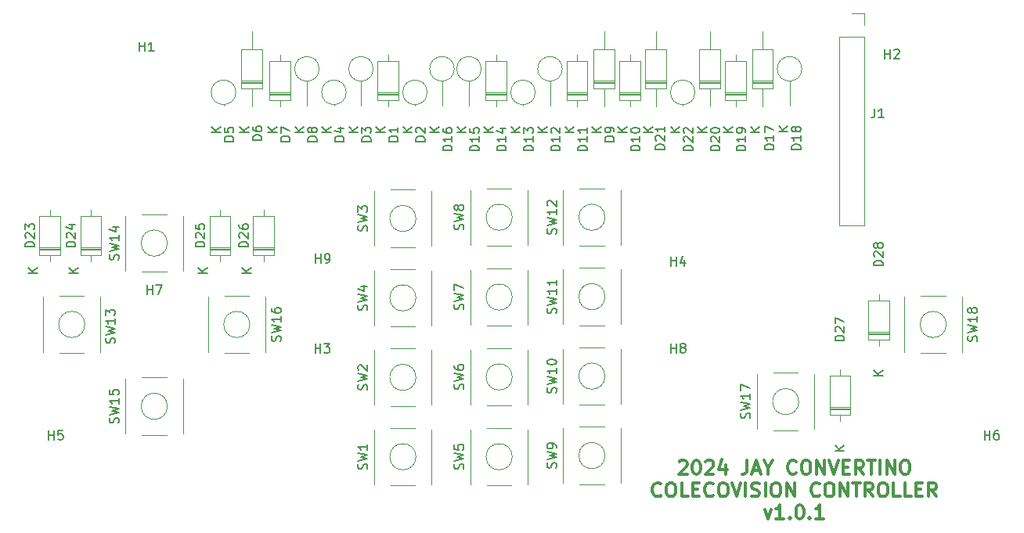
<source format=gbr>
%TF.GenerationSoftware,KiCad,Pcbnew,7.0.11-7.0.11~ubuntu22.04.1*%
%TF.CreationDate,2024-09-19T14:11:48-04:00*%
%TF.ProjectId,colecovision_controller,636f6c65-636f-4766-9973-696f6e5f636f,rev?*%
%TF.SameCoordinates,Original*%
%TF.FileFunction,Legend,Top*%
%TF.FilePolarity,Positive*%
%FSLAX46Y46*%
G04 Gerber Fmt 4.6, Leading zero omitted, Abs format (unit mm)*
G04 Created by KiCad (PCBNEW 7.0.11-7.0.11~ubuntu22.04.1) date 2024-09-19 14:11:48*
%MOMM*%
%LPD*%
G01*
G04 APERTURE LIST*
%ADD10C,0.300000*%
%ADD11C,0.150000*%
%ADD12C,0.120000*%
G04 APERTURE END LIST*
D10*
X160154115Y-123271185D02*
X160225543Y-123199757D01*
X160225543Y-123199757D02*
X160368401Y-123128328D01*
X160368401Y-123128328D02*
X160725543Y-123128328D01*
X160725543Y-123128328D02*
X160868401Y-123199757D01*
X160868401Y-123199757D02*
X160939829Y-123271185D01*
X160939829Y-123271185D02*
X161011258Y-123414042D01*
X161011258Y-123414042D02*
X161011258Y-123556900D01*
X161011258Y-123556900D02*
X160939829Y-123771185D01*
X160939829Y-123771185D02*
X160082686Y-124628328D01*
X160082686Y-124628328D02*
X161011258Y-124628328D01*
X161939829Y-123128328D02*
X162082686Y-123128328D01*
X162082686Y-123128328D02*
X162225543Y-123199757D01*
X162225543Y-123199757D02*
X162296972Y-123271185D01*
X162296972Y-123271185D02*
X162368400Y-123414042D01*
X162368400Y-123414042D02*
X162439829Y-123699757D01*
X162439829Y-123699757D02*
X162439829Y-124056900D01*
X162439829Y-124056900D02*
X162368400Y-124342614D01*
X162368400Y-124342614D02*
X162296972Y-124485471D01*
X162296972Y-124485471D02*
X162225543Y-124556900D01*
X162225543Y-124556900D02*
X162082686Y-124628328D01*
X162082686Y-124628328D02*
X161939829Y-124628328D01*
X161939829Y-124628328D02*
X161796972Y-124556900D01*
X161796972Y-124556900D02*
X161725543Y-124485471D01*
X161725543Y-124485471D02*
X161654114Y-124342614D01*
X161654114Y-124342614D02*
X161582686Y-124056900D01*
X161582686Y-124056900D02*
X161582686Y-123699757D01*
X161582686Y-123699757D02*
X161654114Y-123414042D01*
X161654114Y-123414042D02*
X161725543Y-123271185D01*
X161725543Y-123271185D02*
X161796972Y-123199757D01*
X161796972Y-123199757D02*
X161939829Y-123128328D01*
X163011257Y-123271185D02*
X163082685Y-123199757D01*
X163082685Y-123199757D02*
X163225543Y-123128328D01*
X163225543Y-123128328D02*
X163582685Y-123128328D01*
X163582685Y-123128328D02*
X163725543Y-123199757D01*
X163725543Y-123199757D02*
X163796971Y-123271185D01*
X163796971Y-123271185D02*
X163868400Y-123414042D01*
X163868400Y-123414042D02*
X163868400Y-123556900D01*
X163868400Y-123556900D02*
X163796971Y-123771185D01*
X163796971Y-123771185D02*
X162939828Y-124628328D01*
X162939828Y-124628328D02*
X163868400Y-124628328D01*
X165154114Y-123628328D02*
X165154114Y-124628328D01*
X164796971Y-123056900D02*
X164439828Y-124128328D01*
X164439828Y-124128328D02*
X165368399Y-124128328D01*
X167511256Y-123128328D02*
X167511256Y-124199757D01*
X167511256Y-124199757D02*
X167439827Y-124414042D01*
X167439827Y-124414042D02*
X167296970Y-124556900D01*
X167296970Y-124556900D02*
X167082684Y-124628328D01*
X167082684Y-124628328D02*
X166939827Y-124628328D01*
X168154113Y-124199757D02*
X168868399Y-124199757D01*
X168011256Y-124628328D02*
X168511256Y-123128328D01*
X168511256Y-123128328D02*
X169011256Y-124628328D01*
X169796970Y-123914042D02*
X169796970Y-124628328D01*
X169296970Y-123128328D02*
X169796970Y-123914042D01*
X169796970Y-123914042D02*
X170296970Y-123128328D01*
X172796969Y-124485471D02*
X172725541Y-124556900D01*
X172725541Y-124556900D02*
X172511255Y-124628328D01*
X172511255Y-124628328D02*
X172368398Y-124628328D01*
X172368398Y-124628328D02*
X172154112Y-124556900D01*
X172154112Y-124556900D02*
X172011255Y-124414042D01*
X172011255Y-124414042D02*
X171939826Y-124271185D01*
X171939826Y-124271185D02*
X171868398Y-123985471D01*
X171868398Y-123985471D02*
X171868398Y-123771185D01*
X171868398Y-123771185D02*
X171939826Y-123485471D01*
X171939826Y-123485471D02*
X172011255Y-123342614D01*
X172011255Y-123342614D02*
X172154112Y-123199757D01*
X172154112Y-123199757D02*
X172368398Y-123128328D01*
X172368398Y-123128328D02*
X172511255Y-123128328D01*
X172511255Y-123128328D02*
X172725541Y-123199757D01*
X172725541Y-123199757D02*
X172796969Y-123271185D01*
X173725541Y-123128328D02*
X174011255Y-123128328D01*
X174011255Y-123128328D02*
X174154112Y-123199757D01*
X174154112Y-123199757D02*
X174296969Y-123342614D01*
X174296969Y-123342614D02*
X174368398Y-123628328D01*
X174368398Y-123628328D02*
X174368398Y-124128328D01*
X174368398Y-124128328D02*
X174296969Y-124414042D01*
X174296969Y-124414042D02*
X174154112Y-124556900D01*
X174154112Y-124556900D02*
X174011255Y-124628328D01*
X174011255Y-124628328D02*
X173725541Y-124628328D01*
X173725541Y-124628328D02*
X173582684Y-124556900D01*
X173582684Y-124556900D02*
X173439826Y-124414042D01*
X173439826Y-124414042D02*
X173368398Y-124128328D01*
X173368398Y-124128328D02*
X173368398Y-123628328D01*
X173368398Y-123628328D02*
X173439826Y-123342614D01*
X173439826Y-123342614D02*
X173582684Y-123199757D01*
X173582684Y-123199757D02*
X173725541Y-123128328D01*
X175011255Y-124628328D02*
X175011255Y-123128328D01*
X175011255Y-123128328D02*
X175868398Y-124628328D01*
X175868398Y-124628328D02*
X175868398Y-123128328D01*
X176368399Y-123128328D02*
X176868399Y-124628328D01*
X176868399Y-124628328D02*
X177368399Y-123128328D01*
X177868398Y-123842614D02*
X178368398Y-123842614D01*
X178582684Y-124628328D02*
X177868398Y-124628328D01*
X177868398Y-124628328D02*
X177868398Y-123128328D01*
X177868398Y-123128328D02*
X178582684Y-123128328D01*
X180082684Y-124628328D02*
X179582684Y-123914042D01*
X179225541Y-124628328D02*
X179225541Y-123128328D01*
X179225541Y-123128328D02*
X179796970Y-123128328D01*
X179796970Y-123128328D02*
X179939827Y-123199757D01*
X179939827Y-123199757D02*
X180011256Y-123271185D01*
X180011256Y-123271185D02*
X180082684Y-123414042D01*
X180082684Y-123414042D02*
X180082684Y-123628328D01*
X180082684Y-123628328D02*
X180011256Y-123771185D01*
X180011256Y-123771185D02*
X179939827Y-123842614D01*
X179939827Y-123842614D02*
X179796970Y-123914042D01*
X179796970Y-123914042D02*
X179225541Y-123914042D01*
X180511256Y-123128328D02*
X181368399Y-123128328D01*
X180939827Y-124628328D02*
X180939827Y-123128328D01*
X181868398Y-124628328D02*
X181868398Y-123128328D01*
X182582684Y-124628328D02*
X182582684Y-123128328D01*
X182582684Y-123128328D02*
X183439827Y-124628328D01*
X183439827Y-124628328D02*
X183439827Y-123128328D01*
X184439828Y-123128328D02*
X184725542Y-123128328D01*
X184725542Y-123128328D02*
X184868399Y-123199757D01*
X184868399Y-123199757D02*
X185011256Y-123342614D01*
X185011256Y-123342614D02*
X185082685Y-123628328D01*
X185082685Y-123628328D02*
X185082685Y-124128328D01*
X185082685Y-124128328D02*
X185011256Y-124414042D01*
X185011256Y-124414042D02*
X184868399Y-124556900D01*
X184868399Y-124556900D02*
X184725542Y-124628328D01*
X184725542Y-124628328D02*
X184439828Y-124628328D01*
X184439828Y-124628328D02*
X184296971Y-124556900D01*
X184296971Y-124556900D02*
X184154113Y-124414042D01*
X184154113Y-124414042D02*
X184082685Y-124128328D01*
X184082685Y-124128328D02*
X184082685Y-123628328D01*
X184082685Y-123628328D02*
X184154113Y-123342614D01*
X184154113Y-123342614D02*
X184296971Y-123199757D01*
X184296971Y-123199757D02*
X184439828Y-123128328D01*
X158189826Y-126900471D02*
X158118398Y-126971900D01*
X158118398Y-126971900D02*
X157904112Y-127043328D01*
X157904112Y-127043328D02*
X157761255Y-127043328D01*
X157761255Y-127043328D02*
X157546969Y-126971900D01*
X157546969Y-126971900D02*
X157404112Y-126829042D01*
X157404112Y-126829042D02*
X157332683Y-126686185D01*
X157332683Y-126686185D02*
X157261255Y-126400471D01*
X157261255Y-126400471D02*
X157261255Y-126186185D01*
X157261255Y-126186185D02*
X157332683Y-125900471D01*
X157332683Y-125900471D02*
X157404112Y-125757614D01*
X157404112Y-125757614D02*
X157546969Y-125614757D01*
X157546969Y-125614757D02*
X157761255Y-125543328D01*
X157761255Y-125543328D02*
X157904112Y-125543328D01*
X157904112Y-125543328D02*
X158118398Y-125614757D01*
X158118398Y-125614757D02*
X158189826Y-125686185D01*
X159118398Y-125543328D02*
X159404112Y-125543328D01*
X159404112Y-125543328D02*
X159546969Y-125614757D01*
X159546969Y-125614757D02*
X159689826Y-125757614D01*
X159689826Y-125757614D02*
X159761255Y-126043328D01*
X159761255Y-126043328D02*
X159761255Y-126543328D01*
X159761255Y-126543328D02*
X159689826Y-126829042D01*
X159689826Y-126829042D02*
X159546969Y-126971900D01*
X159546969Y-126971900D02*
X159404112Y-127043328D01*
X159404112Y-127043328D02*
X159118398Y-127043328D01*
X159118398Y-127043328D02*
X158975541Y-126971900D01*
X158975541Y-126971900D02*
X158832683Y-126829042D01*
X158832683Y-126829042D02*
X158761255Y-126543328D01*
X158761255Y-126543328D02*
X158761255Y-126043328D01*
X158761255Y-126043328D02*
X158832683Y-125757614D01*
X158832683Y-125757614D02*
X158975541Y-125614757D01*
X158975541Y-125614757D02*
X159118398Y-125543328D01*
X161118398Y-127043328D02*
X160404112Y-127043328D01*
X160404112Y-127043328D02*
X160404112Y-125543328D01*
X161618398Y-126257614D02*
X162118398Y-126257614D01*
X162332684Y-127043328D02*
X161618398Y-127043328D01*
X161618398Y-127043328D02*
X161618398Y-125543328D01*
X161618398Y-125543328D02*
X162332684Y-125543328D01*
X163832684Y-126900471D02*
X163761256Y-126971900D01*
X163761256Y-126971900D02*
X163546970Y-127043328D01*
X163546970Y-127043328D02*
X163404113Y-127043328D01*
X163404113Y-127043328D02*
X163189827Y-126971900D01*
X163189827Y-126971900D02*
X163046970Y-126829042D01*
X163046970Y-126829042D02*
X162975541Y-126686185D01*
X162975541Y-126686185D02*
X162904113Y-126400471D01*
X162904113Y-126400471D02*
X162904113Y-126186185D01*
X162904113Y-126186185D02*
X162975541Y-125900471D01*
X162975541Y-125900471D02*
X163046970Y-125757614D01*
X163046970Y-125757614D02*
X163189827Y-125614757D01*
X163189827Y-125614757D02*
X163404113Y-125543328D01*
X163404113Y-125543328D02*
X163546970Y-125543328D01*
X163546970Y-125543328D02*
X163761256Y-125614757D01*
X163761256Y-125614757D02*
X163832684Y-125686185D01*
X164761256Y-125543328D02*
X165046970Y-125543328D01*
X165046970Y-125543328D02*
X165189827Y-125614757D01*
X165189827Y-125614757D02*
X165332684Y-125757614D01*
X165332684Y-125757614D02*
X165404113Y-126043328D01*
X165404113Y-126043328D02*
X165404113Y-126543328D01*
X165404113Y-126543328D02*
X165332684Y-126829042D01*
X165332684Y-126829042D02*
X165189827Y-126971900D01*
X165189827Y-126971900D02*
X165046970Y-127043328D01*
X165046970Y-127043328D02*
X164761256Y-127043328D01*
X164761256Y-127043328D02*
X164618399Y-126971900D01*
X164618399Y-126971900D02*
X164475541Y-126829042D01*
X164475541Y-126829042D02*
X164404113Y-126543328D01*
X164404113Y-126543328D02*
X164404113Y-126043328D01*
X164404113Y-126043328D02*
X164475541Y-125757614D01*
X164475541Y-125757614D02*
X164618399Y-125614757D01*
X164618399Y-125614757D02*
X164761256Y-125543328D01*
X165832685Y-125543328D02*
X166332685Y-127043328D01*
X166332685Y-127043328D02*
X166832685Y-125543328D01*
X167332684Y-127043328D02*
X167332684Y-125543328D01*
X167975542Y-126971900D02*
X168189828Y-127043328D01*
X168189828Y-127043328D02*
X168546970Y-127043328D01*
X168546970Y-127043328D02*
X168689828Y-126971900D01*
X168689828Y-126971900D02*
X168761256Y-126900471D01*
X168761256Y-126900471D02*
X168832685Y-126757614D01*
X168832685Y-126757614D02*
X168832685Y-126614757D01*
X168832685Y-126614757D02*
X168761256Y-126471900D01*
X168761256Y-126471900D02*
X168689828Y-126400471D01*
X168689828Y-126400471D02*
X168546970Y-126329042D01*
X168546970Y-126329042D02*
X168261256Y-126257614D01*
X168261256Y-126257614D02*
X168118399Y-126186185D01*
X168118399Y-126186185D02*
X168046970Y-126114757D01*
X168046970Y-126114757D02*
X167975542Y-125971900D01*
X167975542Y-125971900D02*
X167975542Y-125829042D01*
X167975542Y-125829042D02*
X168046970Y-125686185D01*
X168046970Y-125686185D02*
X168118399Y-125614757D01*
X168118399Y-125614757D02*
X168261256Y-125543328D01*
X168261256Y-125543328D02*
X168618399Y-125543328D01*
X168618399Y-125543328D02*
X168832685Y-125614757D01*
X169475541Y-127043328D02*
X169475541Y-125543328D01*
X170475542Y-125543328D02*
X170761256Y-125543328D01*
X170761256Y-125543328D02*
X170904113Y-125614757D01*
X170904113Y-125614757D02*
X171046970Y-125757614D01*
X171046970Y-125757614D02*
X171118399Y-126043328D01*
X171118399Y-126043328D02*
X171118399Y-126543328D01*
X171118399Y-126543328D02*
X171046970Y-126829042D01*
X171046970Y-126829042D02*
X170904113Y-126971900D01*
X170904113Y-126971900D02*
X170761256Y-127043328D01*
X170761256Y-127043328D02*
X170475542Y-127043328D01*
X170475542Y-127043328D02*
X170332685Y-126971900D01*
X170332685Y-126971900D02*
X170189827Y-126829042D01*
X170189827Y-126829042D02*
X170118399Y-126543328D01*
X170118399Y-126543328D02*
X170118399Y-126043328D01*
X170118399Y-126043328D02*
X170189827Y-125757614D01*
X170189827Y-125757614D02*
X170332685Y-125614757D01*
X170332685Y-125614757D02*
X170475542Y-125543328D01*
X171761256Y-127043328D02*
X171761256Y-125543328D01*
X171761256Y-125543328D02*
X172618399Y-127043328D01*
X172618399Y-127043328D02*
X172618399Y-125543328D01*
X175332685Y-126900471D02*
X175261257Y-126971900D01*
X175261257Y-126971900D02*
X175046971Y-127043328D01*
X175046971Y-127043328D02*
X174904114Y-127043328D01*
X174904114Y-127043328D02*
X174689828Y-126971900D01*
X174689828Y-126971900D02*
X174546971Y-126829042D01*
X174546971Y-126829042D02*
X174475542Y-126686185D01*
X174475542Y-126686185D02*
X174404114Y-126400471D01*
X174404114Y-126400471D02*
X174404114Y-126186185D01*
X174404114Y-126186185D02*
X174475542Y-125900471D01*
X174475542Y-125900471D02*
X174546971Y-125757614D01*
X174546971Y-125757614D02*
X174689828Y-125614757D01*
X174689828Y-125614757D02*
X174904114Y-125543328D01*
X174904114Y-125543328D02*
X175046971Y-125543328D01*
X175046971Y-125543328D02*
X175261257Y-125614757D01*
X175261257Y-125614757D02*
X175332685Y-125686185D01*
X176261257Y-125543328D02*
X176546971Y-125543328D01*
X176546971Y-125543328D02*
X176689828Y-125614757D01*
X176689828Y-125614757D02*
X176832685Y-125757614D01*
X176832685Y-125757614D02*
X176904114Y-126043328D01*
X176904114Y-126043328D02*
X176904114Y-126543328D01*
X176904114Y-126543328D02*
X176832685Y-126829042D01*
X176832685Y-126829042D02*
X176689828Y-126971900D01*
X176689828Y-126971900D02*
X176546971Y-127043328D01*
X176546971Y-127043328D02*
X176261257Y-127043328D01*
X176261257Y-127043328D02*
X176118400Y-126971900D01*
X176118400Y-126971900D02*
X175975542Y-126829042D01*
X175975542Y-126829042D02*
X175904114Y-126543328D01*
X175904114Y-126543328D02*
X175904114Y-126043328D01*
X175904114Y-126043328D02*
X175975542Y-125757614D01*
X175975542Y-125757614D02*
X176118400Y-125614757D01*
X176118400Y-125614757D02*
X176261257Y-125543328D01*
X177546971Y-127043328D02*
X177546971Y-125543328D01*
X177546971Y-125543328D02*
X178404114Y-127043328D01*
X178404114Y-127043328D02*
X178404114Y-125543328D01*
X178904115Y-125543328D02*
X179761258Y-125543328D01*
X179332686Y-127043328D02*
X179332686Y-125543328D01*
X181118400Y-127043328D02*
X180618400Y-126329042D01*
X180261257Y-127043328D02*
X180261257Y-125543328D01*
X180261257Y-125543328D02*
X180832686Y-125543328D01*
X180832686Y-125543328D02*
X180975543Y-125614757D01*
X180975543Y-125614757D02*
X181046972Y-125686185D01*
X181046972Y-125686185D02*
X181118400Y-125829042D01*
X181118400Y-125829042D02*
X181118400Y-126043328D01*
X181118400Y-126043328D02*
X181046972Y-126186185D01*
X181046972Y-126186185D02*
X180975543Y-126257614D01*
X180975543Y-126257614D02*
X180832686Y-126329042D01*
X180832686Y-126329042D02*
X180261257Y-126329042D01*
X182046972Y-125543328D02*
X182332686Y-125543328D01*
X182332686Y-125543328D02*
X182475543Y-125614757D01*
X182475543Y-125614757D02*
X182618400Y-125757614D01*
X182618400Y-125757614D02*
X182689829Y-126043328D01*
X182689829Y-126043328D02*
X182689829Y-126543328D01*
X182689829Y-126543328D02*
X182618400Y-126829042D01*
X182618400Y-126829042D02*
X182475543Y-126971900D01*
X182475543Y-126971900D02*
X182332686Y-127043328D01*
X182332686Y-127043328D02*
X182046972Y-127043328D01*
X182046972Y-127043328D02*
X181904115Y-126971900D01*
X181904115Y-126971900D02*
X181761257Y-126829042D01*
X181761257Y-126829042D02*
X181689829Y-126543328D01*
X181689829Y-126543328D02*
X181689829Y-126043328D01*
X181689829Y-126043328D02*
X181761257Y-125757614D01*
X181761257Y-125757614D02*
X181904115Y-125614757D01*
X181904115Y-125614757D02*
X182046972Y-125543328D01*
X184046972Y-127043328D02*
X183332686Y-127043328D01*
X183332686Y-127043328D02*
X183332686Y-125543328D01*
X185261258Y-127043328D02*
X184546972Y-127043328D01*
X184546972Y-127043328D02*
X184546972Y-125543328D01*
X185761258Y-126257614D02*
X186261258Y-126257614D01*
X186475544Y-127043328D02*
X185761258Y-127043328D01*
X185761258Y-127043328D02*
X185761258Y-125543328D01*
X185761258Y-125543328D02*
X186475544Y-125543328D01*
X187975544Y-127043328D02*
X187475544Y-126329042D01*
X187118401Y-127043328D02*
X187118401Y-125543328D01*
X187118401Y-125543328D02*
X187689830Y-125543328D01*
X187689830Y-125543328D02*
X187832687Y-125614757D01*
X187832687Y-125614757D02*
X187904116Y-125686185D01*
X187904116Y-125686185D02*
X187975544Y-125829042D01*
X187975544Y-125829042D02*
X187975544Y-126043328D01*
X187975544Y-126043328D02*
X187904116Y-126186185D01*
X187904116Y-126186185D02*
X187832687Y-126257614D01*
X187832687Y-126257614D02*
X187689830Y-126329042D01*
X187689830Y-126329042D02*
X187118401Y-126329042D01*
X169404114Y-128458328D02*
X169761257Y-129458328D01*
X169761257Y-129458328D02*
X170118400Y-128458328D01*
X171475543Y-129458328D02*
X170618400Y-129458328D01*
X171046971Y-129458328D02*
X171046971Y-127958328D01*
X171046971Y-127958328D02*
X170904114Y-128172614D01*
X170904114Y-128172614D02*
X170761257Y-128315471D01*
X170761257Y-128315471D02*
X170618400Y-128386900D01*
X172118399Y-129315471D02*
X172189828Y-129386900D01*
X172189828Y-129386900D02*
X172118399Y-129458328D01*
X172118399Y-129458328D02*
X172046971Y-129386900D01*
X172046971Y-129386900D02*
X172118399Y-129315471D01*
X172118399Y-129315471D02*
X172118399Y-129458328D01*
X173118400Y-127958328D02*
X173261257Y-127958328D01*
X173261257Y-127958328D02*
X173404114Y-128029757D01*
X173404114Y-128029757D02*
X173475543Y-128101185D01*
X173475543Y-128101185D02*
X173546971Y-128244042D01*
X173546971Y-128244042D02*
X173618400Y-128529757D01*
X173618400Y-128529757D02*
X173618400Y-128886900D01*
X173618400Y-128886900D02*
X173546971Y-129172614D01*
X173546971Y-129172614D02*
X173475543Y-129315471D01*
X173475543Y-129315471D02*
X173404114Y-129386900D01*
X173404114Y-129386900D02*
X173261257Y-129458328D01*
X173261257Y-129458328D02*
X173118400Y-129458328D01*
X173118400Y-129458328D02*
X172975543Y-129386900D01*
X172975543Y-129386900D02*
X172904114Y-129315471D01*
X172904114Y-129315471D02*
X172832685Y-129172614D01*
X172832685Y-129172614D02*
X172761257Y-128886900D01*
X172761257Y-128886900D02*
X172761257Y-128529757D01*
X172761257Y-128529757D02*
X172832685Y-128244042D01*
X172832685Y-128244042D02*
X172904114Y-128101185D01*
X172904114Y-128101185D02*
X172975543Y-128029757D01*
X172975543Y-128029757D02*
X173118400Y-127958328D01*
X174261256Y-129315471D02*
X174332685Y-129386900D01*
X174332685Y-129386900D02*
X174261256Y-129458328D01*
X174261256Y-129458328D02*
X174189828Y-129386900D01*
X174189828Y-129386900D02*
X174261256Y-129315471D01*
X174261256Y-129315471D02*
X174261256Y-129458328D01*
X175761257Y-129458328D02*
X174904114Y-129458328D01*
X175332685Y-129458328D02*
X175332685Y-127958328D01*
X175332685Y-127958328D02*
X175189828Y-128172614D01*
X175189828Y-128172614D02*
X175046971Y-128315471D01*
X175046971Y-128315471D02*
X174904114Y-128386900D01*
D11*
X129740819Y-88622094D02*
X128740819Y-88622094D01*
X128740819Y-88622094D02*
X128740819Y-88383999D01*
X128740819Y-88383999D02*
X128788438Y-88241142D01*
X128788438Y-88241142D02*
X128883676Y-88145904D01*
X128883676Y-88145904D02*
X128978914Y-88098285D01*
X128978914Y-88098285D02*
X129169390Y-88050666D01*
X129169390Y-88050666D02*
X129312247Y-88050666D01*
X129312247Y-88050666D02*
X129502723Y-88098285D01*
X129502723Y-88098285D02*
X129597961Y-88145904D01*
X129597961Y-88145904D02*
X129693200Y-88241142D01*
X129693200Y-88241142D02*
X129740819Y-88383999D01*
X129740819Y-88383999D02*
X129740819Y-88622094D01*
X129740819Y-87098285D02*
X129740819Y-87669713D01*
X129740819Y-87383999D02*
X128740819Y-87383999D01*
X128740819Y-87383999D02*
X128883676Y-87479237D01*
X128883676Y-87479237D02*
X128978914Y-87574475D01*
X128978914Y-87574475D02*
X129026533Y-87669713D01*
X128343819Y-87637904D02*
X127343819Y-87637904D01*
X128343819Y-87066476D02*
X127772390Y-87495047D01*
X127343819Y-87066476D02*
X127915247Y-87637904D01*
X132661819Y-88622094D02*
X131661819Y-88622094D01*
X131661819Y-88622094D02*
X131661819Y-88383999D01*
X131661819Y-88383999D02*
X131709438Y-88241142D01*
X131709438Y-88241142D02*
X131804676Y-88145904D01*
X131804676Y-88145904D02*
X131899914Y-88098285D01*
X131899914Y-88098285D02*
X132090390Y-88050666D01*
X132090390Y-88050666D02*
X132233247Y-88050666D01*
X132233247Y-88050666D02*
X132423723Y-88098285D01*
X132423723Y-88098285D02*
X132518961Y-88145904D01*
X132518961Y-88145904D02*
X132614200Y-88241142D01*
X132614200Y-88241142D02*
X132661819Y-88383999D01*
X132661819Y-88383999D02*
X132661819Y-88622094D01*
X131757057Y-87669713D02*
X131709438Y-87622094D01*
X131709438Y-87622094D02*
X131661819Y-87526856D01*
X131661819Y-87526856D02*
X131661819Y-87288761D01*
X131661819Y-87288761D02*
X131709438Y-87193523D01*
X131709438Y-87193523D02*
X131757057Y-87145904D01*
X131757057Y-87145904D02*
X131852295Y-87098285D01*
X131852295Y-87098285D02*
X131947533Y-87098285D01*
X131947533Y-87098285D02*
X132090390Y-87145904D01*
X132090390Y-87145904D02*
X132661819Y-87717332D01*
X132661819Y-87717332D02*
X132661819Y-87098285D01*
X131264819Y-87637904D02*
X130264819Y-87637904D01*
X131264819Y-87066476D02*
X130693390Y-87495047D01*
X130264819Y-87066476D02*
X130836247Y-87637904D01*
X123898819Y-88622094D02*
X122898819Y-88622094D01*
X122898819Y-88622094D02*
X122898819Y-88383999D01*
X122898819Y-88383999D02*
X122946438Y-88241142D01*
X122946438Y-88241142D02*
X123041676Y-88145904D01*
X123041676Y-88145904D02*
X123136914Y-88098285D01*
X123136914Y-88098285D02*
X123327390Y-88050666D01*
X123327390Y-88050666D02*
X123470247Y-88050666D01*
X123470247Y-88050666D02*
X123660723Y-88098285D01*
X123660723Y-88098285D02*
X123755961Y-88145904D01*
X123755961Y-88145904D02*
X123851200Y-88241142D01*
X123851200Y-88241142D02*
X123898819Y-88383999D01*
X123898819Y-88383999D02*
X123898819Y-88622094D01*
X123232152Y-87193523D02*
X123898819Y-87193523D01*
X122851200Y-87431618D02*
X123565485Y-87669713D01*
X123565485Y-87669713D02*
X123565485Y-87050666D01*
X122501819Y-87637904D02*
X121501819Y-87637904D01*
X122501819Y-87066476D02*
X121930390Y-87495047D01*
X121501819Y-87066476D02*
X122073247Y-87637904D01*
X111960819Y-88622094D02*
X110960819Y-88622094D01*
X110960819Y-88622094D02*
X110960819Y-88383999D01*
X110960819Y-88383999D02*
X111008438Y-88241142D01*
X111008438Y-88241142D02*
X111103676Y-88145904D01*
X111103676Y-88145904D02*
X111198914Y-88098285D01*
X111198914Y-88098285D02*
X111389390Y-88050666D01*
X111389390Y-88050666D02*
X111532247Y-88050666D01*
X111532247Y-88050666D02*
X111722723Y-88098285D01*
X111722723Y-88098285D02*
X111817961Y-88145904D01*
X111817961Y-88145904D02*
X111913200Y-88241142D01*
X111913200Y-88241142D02*
X111960819Y-88383999D01*
X111960819Y-88383999D02*
X111960819Y-88622094D01*
X110960819Y-87145904D02*
X110960819Y-87622094D01*
X110960819Y-87622094D02*
X111437009Y-87669713D01*
X111437009Y-87669713D02*
X111389390Y-87622094D01*
X111389390Y-87622094D02*
X111341771Y-87526856D01*
X111341771Y-87526856D02*
X111341771Y-87288761D01*
X111341771Y-87288761D02*
X111389390Y-87193523D01*
X111389390Y-87193523D02*
X111437009Y-87145904D01*
X111437009Y-87145904D02*
X111532247Y-87098285D01*
X111532247Y-87098285D02*
X111770342Y-87098285D01*
X111770342Y-87098285D02*
X111865580Y-87145904D01*
X111865580Y-87145904D02*
X111913200Y-87193523D01*
X111913200Y-87193523D02*
X111960819Y-87288761D01*
X111960819Y-87288761D02*
X111960819Y-87526856D01*
X111960819Y-87526856D02*
X111913200Y-87622094D01*
X111913200Y-87622094D02*
X111865580Y-87669713D01*
X110563819Y-87637904D02*
X109563819Y-87637904D01*
X110563819Y-87066476D02*
X109992390Y-87495047D01*
X109563819Y-87066476D02*
X110135247Y-87637904D01*
X115008819Y-88495094D02*
X114008819Y-88495094D01*
X114008819Y-88495094D02*
X114008819Y-88256999D01*
X114008819Y-88256999D02*
X114056438Y-88114142D01*
X114056438Y-88114142D02*
X114151676Y-88018904D01*
X114151676Y-88018904D02*
X114246914Y-87971285D01*
X114246914Y-87971285D02*
X114437390Y-87923666D01*
X114437390Y-87923666D02*
X114580247Y-87923666D01*
X114580247Y-87923666D02*
X114770723Y-87971285D01*
X114770723Y-87971285D02*
X114865961Y-88018904D01*
X114865961Y-88018904D02*
X114961200Y-88114142D01*
X114961200Y-88114142D02*
X115008819Y-88256999D01*
X115008819Y-88256999D02*
X115008819Y-88495094D01*
X114008819Y-87066523D02*
X114008819Y-87256999D01*
X114008819Y-87256999D02*
X114056438Y-87352237D01*
X114056438Y-87352237D02*
X114104057Y-87399856D01*
X114104057Y-87399856D02*
X114246914Y-87495094D01*
X114246914Y-87495094D02*
X114437390Y-87542713D01*
X114437390Y-87542713D02*
X114818342Y-87542713D01*
X114818342Y-87542713D02*
X114913580Y-87495094D01*
X114913580Y-87495094D02*
X114961200Y-87447475D01*
X114961200Y-87447475D02*
X115008819Y-87352237D01*
X115008819Y-87352237D02*
X115008819Y-87161761D01*
X115008819Y-87161761D02*
X114961200Y-87066523D01*
X114961200Y-87066523D02*
X114913580Y-87018904D01*
X114913580Y-87018904D02*
X114818342Y-86971285D01*
X114818342Y-86971285D02*
X114580247Y-86971285D01*
X114580247Y-86971285D02*
X114485009Y-87018904D01*
X114485009Y-87018904D02*
X114437390Y-87066523D01*
X114437390Y-87066523D02*
X114389771Y-87161761D01*
X114389771Y-87161761D02*
X114389771Y-87352237D01*
X114389771Y-87352237D02*
X114437390Y-87447475D01*
X114437390Y-87447475D02*
X114485009Y-87495094D01*
X114485009Y-87495094D02*
X114580247Y-87542713D01*
X113611819Y-87637904D02*
X112611819Y-87637904D01*
X113611819Y-87066476D02*
X113040390Y-87495047D01*
X112611819Y-87066476D02*
X113183247Y-87637904D01*
X118056819Y-88622094D02*
X117056819Y-88622094D01*
X117056819Y-88622094D02*
X117056819Y-88383999D01*
X117056819Y-88383999D02*
X117104438Y-88241142D01*
X117104438Y-88241142D02*
X117199676Y-88145904D01*
X117199676Y-88145904D02*
X117294914Y-88098285D01*
X117294914Y-88098285D02*
X117485390Y-88050666D01*
X117485390Y-88050666D02*
X117628247Y-88050666D01*
X117628247Y-88050666D02*
X117818723Y-88098285D01*
X117818723Y-88098285D02*
X117913961Y-88145904D01*
X117913961Y-88145904D02*
X118009200Y-88241142D01*
X118009200Y-88241142D02*
X118056819Y-88383999D01*
X118056819Y-88383999D02*
X118056819Y-88622094D01*
X117056819Y-87717332D02*
X117056819Y-87050666D01*
X117056819Y-87050666D02*
X118056819Y-87479237D01*
X116659819Y-87637904D02*
X115659819Y-87637904D01*
X116659819Y-87066476D02*
X116088390Y-87495047D01*
X115659819Y-87066476D02*
X116231247Y-87637904D01*
X120977819Y-88622094D02*
X119977819Y-88622094D01*
X119977819Y-88622094D02*
X119977819Y-88383999D01*
X119977819Y-88383999D02*
X120025438Y-88241142D01*
X120025438Y-88241142D02*
X120120676Y-88145904D01*
X120120676Y-88145904D02*
X120215914Y-88098285D01*
X120215914Y-88098285D02*
X120406390Y-88050666D01*
X120406390Y-88050666D02*
X120549247Y-88050666D01*
X120549247Y-88050666D02*
X120739723Y-88098285D01*
X120739723Y-88098285D02*
X120834961Y-88145904D01*
X120834961Y-88145904D02*
X120930200Y-88241142D01*
X120930200Y-88241142D02*
X120977819Y-88383999D01*
X120977819Y-88383999D02*
X120977819Y-88622094D01*
X120406390Y-87479237D02*
X120358771Y-87574475D01*
X120358771Y-87574475D02*
X120311152Y-87622094D01*
X120311152Y-87622094D02*
X120215914Y-87669713D01*
X120215914Y-87669713D02*
X120168295Y-87669713D01*
X120168295Y-87669713D02*
X120073057Y-87622094D01*
X120073057Y-87622094D02*
X120025438Y-87574475D01*
X120025438Y-87574475D02*
X119977819Y-87479237D01*
X119977819Y-87479237D02*
X119977819Y-87288761D01*
X119977819Y-87288761D02*
X120025438Y-87193523D01*
X120025438Y-87193523D02*
X120073057Y-87145904D01*
X120073057Y-87145904D02*
X120168295Y-87098285D01*
X120168295Y-87098285D02*
X120215914Y-87098285D01*
X120215914Y-87098285D02*
X120311152Y-87145904D01*
X120311152Y-87145904D02*
X120358771Y-87193523D01*
X120358771Y-87193523D02*
X120406390Y-87288761D01*
X120406390Y-87288761D02*
X120406390Y-87479237D01*
X120406390Y-87479237D02*
X120454009Y-87574475D01*
X120454009Y-87574475D02*
X120501628Y-87622094D01*
X120501628Y-87622094D02*
X120596866Y-87669713D01*
X120596866Y-87669713D02*
X120787342Y-87669713D01*
X120787342Y-87669713D02*
X120882580Y-87622094D01*
X120882580Y-87622094D02*
X120930200Y-87574475D01*
X120930200Y-87574475D02*
X120977819Y-87479237D01*
X120977819Y-87479237D02*
X120977819Y-87288761D01*
X120977819Y-87288761D02*
X120930200Y-87193523D01*
X120930200Y-87193523D02*
X120882580Y-87145904D01*
X120882580Y-87145904D02*
X120787342Y-87098285D01*
X120787342Y-87098285D02*
X120596866Y-87098285D01*
X120596866Y-87098285D02*
X120501628Y-87145904D01*
X120501628Y-87145904D02*
X120454009Y-87193523D01*
X120454009Y-87193523D02*
X120406390Y-87288761D01*
X119580819Y-87637904D02*
X118580819Y-87637904D01*
X119580819Y-87066476D02*
X119009390Y-87495047D01*
X118580819Y-87066476D02*
X119152247Y-87637904D01*
X153108819Y-88622094D02*
X152108819Y-88622094D01*
X152108819Y-88622094D02*
X152108819Y-88383999D01*
X152108819Y-88383999D02*
X152156438Y-88241142D01*
X152156438Y-88241142D02*
X152251676Y-88145904D01*
X152251676Y-88145904D02*
X152346914Y-88098285D01*
X152346914Y-88098285D02*
X152537390Y-88050666D01*
X152537390Y-88050666D02*
X152680247Y-88050666D01*
X152680247Y-88050666D02*
X152870723Y-88098285D01*
X152870723Y-88098285D02*
X152965961Y-88145904D01*
X152965961Y-88145904D02*
X153061200Y-88241142D01*
X153061200Y-88241142D02*
X153108819Y-88383999D01*
X153108819Y-88383999D02*
X153108819Y-88622094D01*
X153108819Y-87574475D02*
X153108819Y-87383999D01*
X153108819Y-87383999D02*
X153061200Y-87288761D01*
X153061200Y-87288761D02*
X153013580Y-87241142D01*
X153013580Y-87241142D02*
X152870723Y-87145904D01*
X152870723Y-87145904D02*
X152680247Y-87098285D01*
X152680247Y-87098285D02*
X152299295Y-87098285D01*
X152299295Y-87098285D02*
X152204057Y-87145904D01*
X152204057Y-87145904D02*
X152156438Y-87193523D01*
X152156438Y-87193523D02*
X152108819Y-87288761D01*
X152108819Y-87288761D02*
X152108819Y-87479237D01*
X152108819Y-87479237D02*
X152156438Y-87574475D01*
X152156438Y-87574475D02*
X152204057Y-87622094D01*
X152204057Y-87622094D02*
X152299295Y-87669713D01*
X152299295Y-87669713D02*
X152537390Y-87669713D01*
X152537390Y-87669713D02*
X152632628Y-87622094D01*
X152632628Y-87622094D02*
X152680247Y-87574475D01*
X152680247Y-87574475D02*
X152727866Y-87479237D01*
X152727866Y-87479237D02*
X152727866Y-87288761D01*
X152727866Y-87288761D02*
X152680247Y-87193523D01*
X152680247Y-87193523D02*
X152632628Y-87145904D01*
X152632628Y-87145904D02*
X152537390Y-87098285D01*
X151711819Y-87637904D02*
X150711819Y-87637904D01*
X151711819Y-87066476D02*
X151140390Y-87495047D01*
X150711819Y-87066476D02*
X151283247Y-87637904D01*
X155902819Y-89606285D02*
X154902819Y-89606285D01*
X154902819Y-89606285D02*
X154902819Y-89368190D01*
X154902819Y-89368190D02*
X154950438Y-89225333D01*
X154950438Y-89225333D02*
X155045676Y-89130095D01*
X155045676Y-89130095D02*
X155140914Y-89082476D01*
X155140914Y-89082476D02*
X155331390Y-89034857D01*
X155331390Y-89034857D02*
X155474247Y-89034857D01*
X155474247Y-89034857D02*
X155664723Y-89082476D01*
X155664723Y-89082476D02*
X155759961Y-89130095D01*
X155759961Y-89130095D02*
X155855200Y-89225333D01*
X155855200Y-89225333D02*
X155902819Y-89368190D01*
X155902819Y-89368190D02*
X155902819Y-89606285D01*
X155902819Y-88082476D02*
X155902819Y-88653904D01*
X155902819Y-88368190D02*
X154902819Y-88368190D01*
X154902819Y-88368190D02*
X155045676Y-88463428D01*
X155045676Y-88463428D02*
X155140914Y-88558666D01*
X155140914Y-88558666D02*
X155188533Y-88653904D01*
X154902819Y-87463428D02*
X154902819Y-87368190D01*
X154902819Y-87368190D02*
X154950438Y-87272952D01*
X154950438Y-87272952D02*
X154998057Y-87225333D01*
X154998057Y-87225333D02*
X155093295Y-87177714D01*
X155093295Y-87177714D02*
X155283771Y-87130095D01*
X155283771Y-87130095D02*
X155521866Y-87130095D01*
X155521866Y-87130095D02*
X155712342Y-87177714D01*
X155712342Y-87177714D02*
X155807580Y-87225333D01*
X155807580Y-87225333D02*
X155855200Y-87272952D01*
X155855200Y-87272952D02*
X155902819Y-87368190D01*
X155902819Y-87368190D02*
X155902819Y-87463428D01*
X155902819Y-87463428D02*
X155855200Y-87558666D01*
X155855200Y-87558666D02*
X155807580Y-87606285D01*
X155807580Y-87606285D02*
X155712342Y-87653904D01*
X155712342Y-87653904D02*
X155521866Y-87701523D01*
X155521866Y-87701523D02*
X155283771Y-87701523D01*
X155283771Y-87701523D02*
X155093295Y-87653904D01*
X155093295Y-87653904D02*
X154998057Y-87606285D01*
X154998057Y-87606285D02*
X154950438Y-87558666D01*
X154950438Y-87558666D02*
X154902819Y-87463428D01*
X154505819Y-87637904D02*
X153505819Y-87637904D01*
X154505819Y-87066476D02*
X153934390Y-87495047D01*
X153505819Y-87066476D02*
X154077247Y-87637904D01*
X150187819Y-89606285D02*
X149187819Y-89606285D01*
X149187819Y-89606285D02*
X149187819Y-89368190D01*
X149187819Y-89368190D02*
X149235438Y-89225333D01*
X149235438Y-89225333D02*
X149330676Y-89130095D01*
X149330676Y-89130095D02*
X149425914Y-89082476D01*
X149425914Y-89082476D02*
X149616390Y-89034857D01*
X149616390Y-89034857D02*
X149759247Y-89034857D01*
X149759247Y-89034857D02*
X149949723Y-89082476D01*
X149949723Y-89082476D02*
X150044961Y-89130095D01*
X150044961Y-89130095D02*
X150140200Y-89225333D01*
X150140200Y-89225333D02*
X150187819Y-89368190D01*
X150187819Y-89368190D02*
X150187819Y-89606285D01*
X150187819Y-88082476D02*
X150187819Y-88653904D01*
X150187819Y-88368190D02*
X149187819Y-88368190D01*
X149187819Y-88368190D02*
X149330676Y-88463428D01*
X149330676Y-88463428D02*
X149425914Y-88558666D01*
X149425914Y-88558666D02*
X149473533Y-88653904D01*
X150187819Y-87130095D02*
X150187819Y-87701523D01*
X150187819Y-87415809D02*
X149187819Y-87415809D01*
X149187819Y-87415809D02*
X149330676Y-87511047D01*
X149330676Y-87511047D02*
X149425914Y-87606285D01*
X149425914Y-87606285D02*
X149473533Y-87701523D01*
X148790819Y-87637904D02*
X147790819Y-87637904D01*
X148790819Y-87066476D02*
X148219390Y-87495047D01*
X147790819Y-87066476D02*
X148362247Y-87637904D01*
X147266819Y-89606285D02*
X146266819Y-89606285D01*
X146266819Y-89606285D02*
X146266819Y-89368190D01*
X146266819Y-89368190D02*
X146314438Y-89225333D01*
X146314438Y-89225333D02*
X146409676Y-89130095D01*
X146409676Y-89130095D02*
X146504914Y-89082476D01*
X146504914Y-89082476D02*
X146695390Y-89034857D01*
X146695390Y-89034857D02*
X146838247Y-89034857D01*
X146838247Y-89034857D02*
X147028723Y-89082476D01*
X147028723Y-89082476D02*
X147123961Y-89130095D01*
X147123961Y-89130095D02*
X147219200Y-89225333D01*
X147219200Y-89225333D02*
X147266819Y-89368190D01*
X147266819Y-89368190D02*
X147266819Y-89606285D01*
X147266819Y-88082476D02*
X147266819Y-88653904D01*
X147266819Y-88368190D02*
X146266819Y-88368190D01*
X146266819Y-88368190D02*
X146409676Y-88463428D01*
X146409676Y-88463428D02*
X146504914Y-88558666D01*
X146504914Y-88558666D02*
X146552533Y-88653904D01*
X146362057Y-87701523D02*
X146314438Y-87653904D01*
X146314438Y-87653904D02*
X146266819Y-87558666D01*
X146266819Y-87558666D02*
X146266819Y-87320571D01*
X146266819Y-87320571D02*
X146314438Y-87225333D01*
X146314438Y-87225333D02*
X146362057Y-87177714D01*
X146362057Y-87177714D02*
X146457295Y-87130095D01*
X146457295Y-87130095D02*
X146552533Y-87130095D01*
X146552533Y-87130095D02*
X146695390Y-87177714D01*
X146695390Y-87177714D02*
X147266819Y-87749142D01*
X147266819Y-87749142D02*
X147266819Y-87130095D01*
X145869819Y-87637904D02*
X144869819Y-87637904D01*
X145869819Y-87066476D02*
X145298390Y-87495047D01*
X144869819Y-87066476D02*
X145441247Y-87637904D01*
X144345819Y-89606285D02*
X143345819Y-89606285D01*
X143345819Y-89606285D02*
X143345819Y-89368190D01*
X143345819Y-89368190D02*
X143393438Y-89225333D01*
X143393438Y-89225333D02*
X143488676Y-89130095D01*
X143488676Y-89130095D02*
X143583914Y-89082476D01*
X143583914Y-89082476D02*
X143774390Y-89034857D01*
X143774390Y-89034857D02*
X143917247Y-89034857D01*
X143917247Y-89034857D02*
X144107723Y-89082476D01*
X144107723Y-89082476D02*
X144202961Y-89130095D01*
X144202961Y-89130095D02*
X144298200Y-89225333D01*
X144298200Y-89225333D02*
X144345819Y-89368190D01*
X144345819Y-89368190D02*
X144345819Y-89606285D01*
X144345819Y-88082476D02*
X144345819Y-88653904D01*
X144345819Y-88368190D02*
X143345819Y-88368190D01*
X143345819Y-88368190D02*
X143488676Y-88463428D01*
X143488676Y-88463428D02*
X143583914Y-88558666D01*
X143583914Y-88558666D02*
X143631533Y-88653904D01*
X143345819Y-87749142D02*
X143345819Y-87130095D01*
X143345819Y-87130095D02*
X143726771Y-87463428D01*
X143726771Y-87463428D02*
X143726771Y-87320571D01*
X143726771Y-87320571D02*
X143774390Y-87225333D01*
X143774390Y-87225333D02*
X143822009Y-87177714D01*
X143822009Y-87177714D02*
X143917247Y-87130095D01*
X143917247Y-87130095D02*
X144155342Y-87130095D01*
X144155342Y-87130095D02*
X144250580Y-87177714D01*
X144250580Y-87177714D02*
X144298200Y-87225333D01*
X144298200Y-87225333D02*
X144345819Y-87320571D01*
X144345819Y-87320571D02*
X144345819Y-87606285D01*
X144345819Y-87606285D02*
X144298200Y-87701523D01*
X144298200Y-87701523D02*
X144250580Y-87749142D01*
X142948819Y-87637904D02*
X141948819Y-87637904D01*
X142948819Y-87066476D02*
X142377390Y-87495047D01*
X141948819Y-87066476D02*
X142520247Y-87637904D01*
X141424819Y-89606285D02*
X140424819Y-89606285D01*
X140424819Y-89606285D02*
X140424819Y-89368190D01*
X140424819Y-89368190D02*
X140472438Y-89225333D01*
X140472438Y-89225333D02*
X140567676Y-89130095D01*
X140567676Y-89130095D02*
X140662914Y-89082476D01*
X140662914Y-89082476D02*
X140853390Y-89034857D01*
X140853390Y-89034857D02*
X140996247Y-89034857D01*
X140996247Y-89034857D02*
X141186723Y-89082476D01*
X141186723Y-89082476D02*
X141281961Y-89130095D01*
X141281961Y-89130095D02*
X141377200Y-89225333D01*
X141377200Y-89225333D02*
X141424819Y-89368190D01*
X141424819Y-89368190D02*
X141424819Y-89606285D01*
X141424819Y-88082476D02*
X141424819Y-88653904D01*
X141424819Y-88368190D02*
X140424819Y-88368190D01*
X140424819Y-88368190D02*
X140567676Y-88463428D01*
X140567676Y-88463428D02*
X140662914Y-88558666D01*
X140662914Y-88558666D02*
X140710533Y-88653904D01*
X140758152Y-87225333D02*
X141424819Y-87225333D01*
X140377200Y-87463428D02*
X141091485Y-87701523D01*
X141091485Y-87701523D02*
X141091485Y-87082476D01*
X140027819Y-87637904D02*
X139027819Y-87637904D01*
X140027819Y-87066476D02*
X139456390Y-87495047D01*
X139027819Y-87066476D02*
X139599247Y-87637904D01*
X138503819Y-89606285D02*
X137503819Y-89606285D01*
X137503819Y-89606285D02*
X137503819Y-89368190D01*
X137503819Y-89368190D02*
X137551438Y-89225333D01*
X137551438Y-89225333D02*
X137646676Y-89130095D01*
X137646676Y-89130095D02*
X137741914Y-89082476D01*
X137741914Y-89082476D02*
X137932390Y-89034857D01*
X137932390Y-89034857D02*
X138075247Y-89034857D01*
X138075247Y-89034857D02*
X138265723Y-89082476D01*
X138265723Y-89082476D02*
X138360961Y-89130095D01*
X138360961Y-89130095D02*
X138456200Y-89225333D01*
X138456200Y-89225333D02*
X138503819Y-89368190D01*
X138503819Y-89368190D02*
X138503819Y-89606285D01*
X138503819Y-88082476D02*
X138503819Y-88653904D01*
X138503819Y-88368190D02*
X137503819Y-88368190D01*
X137503819Y-88368190D02*
X137646676Y-88463428D01*
X137646676Y-88463428D02*
X137741914Y-88558666D01*
X137741914Y-88558666D02*
X137789533Y-88653904D01*
X137503819Y-87177714D02*
X137503819Y-87653904D01*
X137503819Y-87653904D02*
X137980009Y-87701523D01*
X137980009Y-87701523D02*
X137932390Y-87653904D01*
X137932390Y-87653904D02*
X137884771Y-87558666D01*
X137884771Y-87558666D02*
X137884771Y-87320571D01*
X137884771Y-87320571D02*
X137932390Y-87225333D01*
X137932390Y-87225333D02*
X137980009Y-87177714D01*
X137980009Y-87177714D02*
X138075247Y-87130095D01*
X138075247Y-87130095D02*
X138313342Y-87130095D01*
X138313342Y-87130095D02*
X138408580Y-87177714D01*
X138408580Y-87177714D02*
X138456200Y-87225333D01*
X138456200Y-87225333D02*
X138503819Y-87320571D01*
X138503819Y-87320571D02*
X138503819Y-87558666D01*
X138503819Y-87558666D02*
X138456200Y-87653904D01*
X138456200Y-87653904D02*
X138408580Y-87701523D01*
X137106819Y-87637904D02*
X136106819Y-87637904D01*
X137106819Y-87066476D02*
X136535390Y-87495047D01*
X136106819Y-87066476D02*
X136678247Y-87637904D01*
X135582819Y-89606285D02*
X134582819Y-89606285D01*
X134582819Y-89606285D02*
X134582819Y-89368190D01*
X134582819Y-89368190D02*
X134630438Y-89225333D01*
X134630438Y-89225333D02*
X134725676Y-89130095D01*
X134725676Y-89130095D02*
X134820914Y-89082476D01*
X134820914Y-89082476D02*
X135011390Y-89034857D01*
X135011390Y-89034857D02*
X135154247Y-89034857D01*
X135154247Y-89034857D02*
X135344723Y-89082476D01*
X135344723Y-89082476D02*
X135439961Y-89130095D01*
X135439961Y-89130095D02*
X135535200Y-89225333D01*
X135535200Y-89225333D02*
X135582819Y-89368190D01*
X135582819Y-89368190D02*
X135582819Y-89606285D01*
X135582819Y-88082476D02*
X135582819Y-88653904D01*
X135582819Y-88368190D02*
X134582819Y-88368190D01*
X134582819Y-88368190D02*
X134725676Y-88463428D01*
X134725676Y-88463428D02*
X134820914Y-88558666D01*
X134820914Y-88558666D02*
X134868533Y-88653904D01*
X134582819Y-87225333D02*
X134582819Y-87415809D01*
X134582819Y-87415809D02*
X134630438Y-87511047D01*
X134630438Y-87511047D02*
X134678057Y-87558666D01*
X134678057Y-87558666D02*
X134820914Y-87653904D01*
X134820914Y-87653904D02*
X135011390Y-87701523D01*
X135011390Y-87701523D02*
X135392342Y-87701523D01*
X135392342Y-87701523D02*
X135487580Y-87653904D01*
X135487580Y-87653904D02*
X135535200Y-87606285D01*
X135535200Y-87606285D02*
X135582819Y-87511047D01*
X135582819Y-87511047D02*
X135582819Y-87320571D01*
X135582819Y-87320571D02*
X135535200Y-87225333D01*
X135535200Y-87225333D02*
X135487580Y-87177714D01*
X135487580Y-87177714D02*
X135392342Y-87130095D01*
X135392342Y-87130095D02*
X135154247Y-87130095D01*
X135154247Y-87130095D02*
X135059009Y-87177714D01*
X135059009Y-87177714D02*
X135011390Y-87225333D01*
X135011390Y-87225333D02*
X134963771Y-87320571D01*
X134963771Y-87320571D02*
X134963771Y-87511047D01*
X134963771Y-87511047D02*
X135011390Y-87606285D01*
X135011390Y-87606285D02*
X135059009Y-87653904D01*
X135059009Y-87653904D02*
X135154247Y-87701523D01*
X134185819Y-87637904D02*
X133185819Y-87637904D01*
X134185819Y-87066476D02*
X133614390Y-87495047D01*
X133185819Y-87066476D02*
X133757247Y-87637904D01*
X170380819Y-89479285D02*
X169380819Y-89479285D01*
X169380819Y-89479285D02*
X169380819Y-89241190D01*
X169380819Y-89241190D02*
X169428438Y-89098333D01*
X169428438Y-89098333D02*
X169523676Y-89003095D01*
X169523676Y-89003095D02*
X169618914Y-88955476D01*
X169618914Y-88955476D02*
X169809390Y-88907857D01*
X169809390Y-88907857D02*
X169952247Y-88907857D01*
X169952247Y-88907857D02*
X170142723Y-88955476D01*
X170142723Y-88955476D02*
X170237961Y-89003095D01*
X170237961Y-89003095D02*
X170333200Y-89098333D01*
X170333200Y-89098333D02*
X170380819Y-89241190D01*
X170380819Y-89241190D02*
X170380819Y-89479285D01*
X170380819Y-87955476D02*
X170380819Y-88526904D01*
X170380819Y-88241190D02*
X169380819Y-88241190D01*
X169380819Y-88241190D02*
X169523676Y-88336428D01*
X169523676Y-88336428D02*
X169618914Y-88431666D01*
X169618914Y-88431666D02*
X169666533Y-88526904D01*
X169380819Y-87622142D02*
X169380819Y-86955476D01*
X169380819Y-86955476D02*
X170380819Y-87384047D01*
X168856819Y-87637904D02*
X167856819Y-87637904D01*
X168856819Y-87066476D02*
X168285390Y-87495047D01*
X167856819Y-87066476D02*
X168428247Y-87637904D01*
X173301819Y-89479285D02*
X172301819Y-89479285D01*
X172301819Y-89479285D02*
X172301819Y-89241190D01*
X172301819Y-89241190D02*
X172349438Y-89098333D01*
X172349438Y-89098333D02*
X172444676Y-89003095D01*
X172444676Y-89003095D02*
X172539914Y-88955476D01*
X172539914Y-88955476D02*
X172730390Y-88907857D01*
X172730390Y-88907857D02*
X172873247Y-88907857D01*
X172873247Y-88907857D02*
X173063723Y-88955476D01*
X173063723Y-88955476D02*
X173158961Y-89003095D01*
X173158961Y-89003095D02*
X173254200Y-89098333D01*
X173254200Y-89098333D02*
X173301819Y-89241190D01*
X173301819Y-89241190D02*
X173301819Y-89479285D01*
X173301819Y-87955476D02*
X173301819Y-88526904D01*
X173301819Y-88241190D02*
X172301819Y-88241190D01*
X172301819Y-88241190D02*
X172444676Y-88336428D01*
X172444676Y-88336428D02*
X172539914Y-88431666D01*
X172539914Y-88431666D02*
X172587533Y-88526904D01*
X172730390Y-87384047D02*
X172682771Y-87479285D01*
X172682771Y-87479285D02*
X172635152Y-87526904D01*
X172635152Y-87526904D02*
X172539914Y-87574523D01*
X172539914Y-87574523D02*
X172492295Y-87574523D01*
X172492295Y-87574523D02*
X172397057Y-87526904D01*
X172397057Y-87526904D02*
X172349438Y-87479285D01*
X172349438Y-87479285D02*
X172301819Y-87384047D01*
X172301819Y-87384047D02*
X172301819Y-87193571D01*
X172301819Y-87193571D02*
X172349438Y-87098333D01*
X172349438Y-87098333D02*
X172397057Y-87050714D01*
X172397057Y-87050714D02*
X172492295Y-87003095D01*
X172492295Y-87003095D02*
X172539914Y-87003095D01*
X172539914Y-87003095D02*
X172635152Y-87050714D01*
X172635152Y-87050714D02*
X172682771Y-87098333D01*
X172682771Y-87098333D02*
X172730390Y-87193571D01*
X172730390Y-87193571D02*
X172730390Y-87384047D01*
X172730390Y-87384047D02*
X172778009Y-87479285D01*
X172778009Y-87479285D02*
X172825628Y-87526904D01*
X172825628Y-87526904D02*
X172920866Y-87574523D01*
X172920866Y-87574523D02*
X173111342Y-87574523D01*
X173111342Y-87574523D02*
X173206580Y-87526904D01*
X173206580Y-87526904D02*
X173254200Y-87479285D01*
X173254200Y-87479285D02*
X173301819Y-87384047D01*
X173301819Y-87384047D02*
X173301819Y-87193571D01*
X173301819Y-87193571D02*
X173254200Y-87098333D01*
X173254200Y-87098333D02*
X173206580Y-87050714D01*
X173206580Y-87050714D02*
X173111342Y-87003095D01*
X173111342Y-87003095D02*
X172920866Y-87003095D01*
X172920866Y-87003095D02*
X172825628Y-87050714D01*
X172825628Y-87050714D02*
X172778009Y-87098333D01*
X172778009Y-87098333D02*
X172730390Y-87193571D01*
X171904819Y-87510904D02*
X170904819Y-87510904D01*
X171904819Y-86939476D02*
X171333390Y-87368047D01*
X170904819Y-86939476D02*
X171476247Y-87510904D01*
X167332819Y-89606285D02*
X166332819Y-89606285D01*
X166332819Y-89606285D02*
X166332819Y-89368190D01*
X166332819Y-89368190D02*
X166380438Y-89225333D01*
X166380438Y-89225333D02*
X166475676Y-89130095D01*
X166475676Y-89130095D02*
X166570914Y-89082476D01*
X166570914Y-89082476D02*
X166761390Y-89034857D01*
X166761390Y-89034857D02*
X166904247Y-89034857D01*
X166904247Y-89034857D02*
X167094723Y-89082476D01*
X167094723Y-89082476D02*
X167189961Y-89130095D01*
X167189961Y-89130095D02*
X167285200Y-89225333D01*
X167285200Y-89225333D02*
X167332819Y-89368190D01*
X167332819Y-89368190D02*
X167332819Y-89606285D01*
X167332819Y-88082476D02*
X167332819Y-88653904D01*
X167332819Y-88368190D02*
X166332819Y-88368190D01*
X166332819Y-88368190D02*
X166475676Y-88463428D01*
X166475676Y-88463428D02*
X166570914Y-88558666D01*
X166570914Y-88558666D02*
X166618533Y-88653904D01*
X167332819Y-87606285D02*
X167332819Y-87415809D01*
X167332819Y-87415809D02*
X167285200Y-87320571D01*
X167285200Y-87320571D02*
X167237580Y-87272952D01*
X167237580Y-87272952D02*
X167094723Y-87177714D01*
X167094723Y-87177714D02*
X166904247Y-87130095D01*
X166904247Y-87130095D02*
X166523295Y-87130095D01*
X166523295Y-87130095D02*
X166428057Y-87177714D01*
X166428057Y-87177714D02*
X166380438Y-87225333D01*
X166380438Y-87225333D02*
X166332819Y-87320571D01*
X166332819Y-87320571D02*
X166332819Y-87511047D01*
X166332819Y-87511047D02*
X166380438Y-87606285D01*
X166380438Y-87606285D02*
X166428057Y-87653904D01*
X166428057Y-87653904D02*
X166523295Y-87701523D01*
X166523295Y-87701523D02*
X166761390Y-87701523D01*
X166761390Y-87701523D02*
X166856628Y-87653904D01*
X166856628Y-87653904D02*
X166904247Y-87606285D01*
X166904247Y-87606285D02*
X166951866Y-87511047D01*
X166951866Y-87511047D02*
X166951866Y-87320571D01*
X166951866Y-87320571D02*
X166904247Y-87225333D01*
X166904247Y-87225333D02*
X166856628Y-87177714D01*
X166856628Y-87177714D02*
X166761390Y-87130095D01*
X165935819Y-87637904D02*
X164935819Y-87637904D01*
X165935819Y-87066476D02*
X165364390Y-87495047D01*
X164935819Y-87066476D02*
X165507247Y-87637904D01*
X164538819Y-89606285D02*
X163538819Y-89606285D01*
X163538819Y-89606285D02*
X163538819Y-89368190D01*
X163538819Y-89368190D02*
X163586438Y-89225333D01*
X163586438Y-89225333D02*
X163681676Y-89130095D01*
X163681676Y-89130095D02*
X163776914Y-89082476D01*
X163776914Y-89082476D02*
X163967390Y-89034857D01*
X163967390Y-89034857D02*
X164110247Y-89034857D01*
X164110247Y-89034857D02*
X164300723Y-89082476D01*
X164300723Y-89082476D02*
X164395961Y-89130095D01*
X164395961Y-89130095D02*
X164491200Y-89225333D01*
X164491200Y-89225333D02*
X164538819Y-89368190D01*
X164538819Y-89368190D02*
X164538819Y-89606285D01*
X163634057Y-88653904D02*
X163586438Y-88606285D01*
X163586438Y-88606285D02*
X163538819Y-88511047D01*
X163538819Y-88511047D02*
X163538819Y-88272952D01*
X163538819Y-88272952D02*
X163586438Y-88177714D01*
X163586438Y-88177714D02*
X163634057Y-88130095D01*
X163634057Y-88130095D02*
X163729295Y-88082476D01*
X163729295Y-88082476D02*
X163824533Y-88082476D01*
X163824533Y-88082476D02*
X163967390Y-88130095D01*
X163967390Y-88130095D02*
X164538819Y-88701523D01*
X164538819Y-88701523D02*
X164538819Y-88082476D01*
X163538819Y-87463428D02*
X163538819Y-87368190D01*
X163538819Y-87368190D02*
X163586438Y-87272952D01*
X163586438Y-87272952D02*
X163634057Y-87225333D01*
X163634057Y-87225333D02*
X163729295Y-87177714D01*
X163729295Y-87177714D02*
X163919771Y-87130095D01*
X163919771Y-87130095D02*
X164157866Y-87130095D01*
X164157866Y-87130095D02*
X164348342Y-87177714D01*
X164348342Y-87177714D02*
X164443580Y-87225333D01*
X164443580Y-87225333D02*
X164491200Y-87272952D01*
X164491200Y-87272952D02*
X164538819Y-87368190D01*
X164538819Y-87368190D02*
X164538819Y-87463428D01*
X164538819Y-87463428D02*
X164491200Y-87558666D01*
X164491200Y-87558666D02*
X164443580Y-87606285D01*
X164443580Y-87606285D02*
X164348342Y-87653904D01*
X164348342Y-87653904D02*
X164157866Y-87701523D01*
X164157866Y-87701523D02*
X163919771Y-87701523D01*
X163919771Y-87701523D02*
X163729295Y-87653904D01*
X163729295Y-87653904D02*
X163634057Y-87606285D01*
X163634057Y-87606285D02*
X163586438Y-87558666D01*
X163586438Y-87558666D02*
X163538819Y-87463428D01*
X163141819Y-87637904D02*
X162141819Y-87637904D01*
X163141819Y-87066476D02*
X162570390Y-87495047D01*
X162141819Y-87066476D02*
X162713247Y-87637904D01*
X158569819Y-89479285D02*
X157569819Y-89479285D01*
X157569819Y-89479285D02*
X157569819Y-89241190D01*
X157569819Y-89241190D02*
X157617438Y-89098333D01*
X157617438Y-89098333D02*
X157712676Y-89003095D01*
X157712676Y-89003095D02*
X157807914Y-88955476D01*
X157807914Y-88955476D02*
X157998390Y-88907857D01*
X157998390Y-88907857D02*
X158141247Y-88907857D01*
X158141247Y-88907857D02*
X158331723Y-88955476D01*
X158331723Y-88955476D02*
X158426961Y-89003095D01*
X158426961Y-89003095D02*
X158522200Y-89098333D01*
X158522200Y-89098333D02*
X158569819Y-89241190D01*
X158569819Y-89241190D02*
X158569819Y-89479285D01*
X157665057Y-88526904D02*
X157617438Y-88479285D01*
X157617438Y-88479285D02*
X157569819Y-88384047D01*
X157569819Y-88384047D02*
X157569819Y-88145952D01*
X157569819Y-88145952D02*
X157617438Y-88050714D01*
X157617438Y-88050714D02*
X157665057Y-88003095D01*
X157665057Y-88003095D02*
X157760295Y-87955476D01*
X157760295Y-87955476D02*
X157855533Y-87955476D01*
X157855533Y-87955476D02*
X157998390Y-88003095D01*
X157998390Y-88003095D02*
X158569819Y-88574523D01*
X158569819Y-88574523D02*
X158569819Y-87955476D01*
X158569819Y-87003095D02*
X158569819Y-87574523D01*
X158569819Y-87288809D02*
X157569819Y-87288809D01*
X157569819Y-87288809D02*
X157712676Y-87384047D01*
X157712676Y-87384047D02*
X157807914Y-87479285D01*
X157807914Y-87479285D02*
X157855533Y-87574523D01*
X157299819Y-87637904D02*
X156299819Y-87637904D01*
X157299819Y-87066476D02*
X156728390Y-87495047D01*
X156299819Y-87066476D02*
X156871247Y-87637904D01*
X161617819Y-89606285D02*
X160617819Y-89606285D01*
X160617819Y-89606285D02*
X160617819Y-89368190D01*
X160617819Y-89368190D02*
X160665438Y-89225333D01*
X160665438Y-89225333D02*
X160760676Y-89130095D01*
X160760676Y-89130095D02*
X160855914Y-89082476D01*
X160855914Y-89082476D02*
X161046390Y-89034857D01*
X161046390Y-89034857D02*
X161189247Y-89034857D01*
X161189247Y-89034857D02*
X161379723Y-89082476D01*
X161379723Y-89082476D02*
X161474961Y-89130095D01*
X161474961Y-89130095D02*
X161570200Y-89225333D01*
X161570200Y-89225333D02*
X161617819Y-89368190D01*
X161617819Y-89368190D02*
X161617819Y-89606285D01*
X160713057Y-88653904D02*
X160665438Y-88606285D01*
X160665438Y-88606285D02*
X160617819Y-88511047D01*
X160617819Y-88511047D02*
X160617819Y-88272952D01*
X160617819Y-88272952D02*
X160665438Y-88177714D01*
X160665438Y-88177714D02*
X160713057Y-88130095D01*
X160713057Y-88130095D02*
X160808295Y-88082476D01*
X160808295Y-88082476D02*
X160903533Y-88082476D01*
X160903533Y-88082476D02*
X161046390Y-88130095D01*
X161046390Y-88130095D02*
X161617819Y-88701523D01*
X161617819Y-88701523D02*
X161617819Y-88082476D01*
X160713057Y-87701523D02*
X160665438Y-87653904D01*
X160665438Y-87653904D02*
X160617819Y-87558666D01*
X160617819Y-87558666D02*
X160617819Y-87320571D01*
X160617819Y-87320571D02*
X160665438Y-87225333D01*
X160665438Y-87225333D02*
X160713057Y-87177714D01*
X160713057Y-87177714D02*
X160808295Y-87130095D01*
X160808295Y-87130095D02*
X160903533Y-87130095D01*
X160903533Y-87130095D02*
X161046390Y-87177714D01*
X161046390Y-87177714D02*
X161617819Y-87749142D01*
X161617819Y-87749142D02*
X161617819Y-87130095D01*
X160220819Y-87637904D02*
X159220819Y-87637904D01*
X160220819Y-87066476D02*
X159649390Y-87495047D01*
X159220819Y-87066476D02*
X159792247Y-87637904D01*
X181276666Y-85052819D02*
X181276666Y-85767104D01*
X181276666Y-85767104D02*
X181229047Y-85909961D01*
X181229047Y-85909961D02*
X181133809Y-86005200D01*
X181133809Y-86005200D02*
X180990952Y-86052819D01*
X180990952Y-86052819D02*
X180895714Y-86052819D01*
X182276666Y-86052819D02*
X181705238Y-86052819D01*
X181990952Y-86052819D02*
X181990952Y-85052819D01*
X181990952Y-85052819D02*
X181895714Y-85195676D01*
X181895714Y-85195676D02*
X181800476Y-85290914D01*
X181800476Y-85290914D02*
X181705238Y-85338533D01*
X126373200Y-124067332D02*
X126420819Y-123924475D01*
X126420819Y-123924475D02*
X126420819Y-123686380D01*
X126420819Y-123686380D02*
X126373200Y-123591142D01*
X126373200Y-123591142D02*
X126325580Y-123543523D01*
X126325580Y-123543523D02*
X126230342Y-123495904D01*
X126230342Y-123495904D02*
X126135104Y-123495904D01*
X126135104Y-123495904D02*
X126039866Y-123543523D01*
X126039866Y-123543523D02*
X125992247Y-123591142D01*
X125992247Y-123591142D02*
X125944628Y-123686380D01*
X125944628Y-123686380D02*
X125897009Y-123876856D01*
X125897009Y-123876856D02*
X125849390Y-123972094D01*
X125849390Y-123972094D02*
X125801771Y-124019713D01*
X125801771Y-124019713D02*
X125706533Y-124067332D01*
X125706533Y-124067332D02*
X125611295Y-124067332D01*
X125611295Y-124067332D02*
X125516057Y-124019713D01*
X125516057Y-124019713D02*
X125468438Y-123972094D01*
X125468438Y-123972094D02*
X125420819Y-123876856D01*
X125420819Y-123876856D02*
X125420819Y-123638761D01*
X125420819Y-123638761D02*
X125468438Y-123495904D01*
X125420819Y-123162570D02*
X126420819Y-122924475D01*
X126420819Y-122924475D02*
X125706533Y-122733999D01*
X125706533Y-122733999D02*
X126420819Y-122543523D01*
X126420819Y-122543523D02*
X125420819Y-122305428D01*
X126420819Y-121400666D02*
X126420819Y-121972094D01*
X126420819Y-121686380D02*
X125420819Y-121686380D01*
X125420819Y-121686380D02*
X125563676Y-121781618D01*
X125563676Y-121781618D02*
X125658914Y-121876856D01*
X125658914Y-121876856D02*
X125706533Y-121972094D01*
X126373200Y-115473664D02*
X126420819Y-115330807D01*
X126420819Y-115330807D02*
X126420819Y-115092712D01*
X126420819Y-115092712D02*
X126373200Y-114997474D01*
X126373200Y-114997474D02*
X126325580Y-114949855D01*
X126325580Y-114949855D02*
X126230342Y-114902236D01*
X126230342Y-114902236D02*
X126135104Y-114902236D01*
X126135104Y-114902236D02*
X126039866Y-114949855D01*
X126039866Y-114949855D02*
X125992247Y-114997474D01*
X125992247Y-114997474D02*
X125944628Y-115092712D01*
X125944628Y-115092712D02*
X125897009Y-115283188D01*
X125897009Y-115283188D02*
X125849390Y-115378426D01*
X125849390Y-115378426D02*
X125801771Y-115426045D01*
X125801771Y-115426045D02*
X125706533Y-115473664D01*
X125706533Y-115473664D02*
X125611295Y-115473664D01*
X125611295Y-115473664D02*
X125516057Y-115426045D01*
X125516057Y-115426045D02*
X125468438Y-115378426D01*
X125468438Y-115378426D02*
X125420819Y-115283188D01*
X125420819Y-115283188D02*
X125420819Y-115045093D01*
X125420819Y-115045093D02*
X125468438Y-114902236D01*
X125420819Y-114568902D02*
X126420819Y-114330807D01*
X126420819Y-114330807D02*
X125706533Y-114140331D01*
X125706533Y-114140331D02*
X126420819Y-113949855D01*
X126420819Y-113949855D02*
X125420819Y-113711760D01*
X125516057Y-113378426D02*
X125468438Y-113330807D01*
X125468438Y-113330807D02*
X125420819Y-113235569D01*
X125420819Y-113235569D02*
X125420819Y-112997474D01*
X125420819Y-112997474D02*
X125468438Y-112902236D01*
X125468438Y-112902236D02*
X125516057Y-112854617D01*
X125516057Y-112854617D02*
X125611295Y-112806998D01*
X125611295Y-112806998D02*
X125706533Y-112806998D01*
X125706533Y-112806998D02*
X125849390Y-112854617D01*
X125849390Y-112854617D02*
X126420819Y-113426045D01*
X126420819Y-113426045D02*
X126420819Y-112806998D01*
X126373200Y-98286332D02*
X126420819Y-98143475D01*
X126420819Y-98143475D02*
X126420819Y-97905380D01*
X126420819Y-97905380D02*
X126373200Y-97810142D01*
X126373200Y-97810142D02*
X126325580Y-97762523D01*
X126325580Y-97762523D02*
X126230342Y-97714904D01*
X126230342Y-97714904D02*
X126135104Y-97714904D01*
X126135104Y-97714904D02*
X126039866Y-97762523D01*
X126039866Y-97762523D02*
X125992247Y-97810142D01*
X125992247Y-97810142D02*
X125944628Y-97905380D01*
X125944628Y-97905380D02*
X125897009Y-98095856D01*
X125897009Y-98095856D02*
X125849390Y-98191094D01*
X125849390Y-98191094D02*
X125801771Y-98238713D01*
X125801771Y-98238713D02*
X125706533Y-98286332D01*
X125706533Y-98286332D02*
X125611295Y-98286332D01*
X125611295Y-98286332D02*
X125516057Y-98238713D01*
X125516057Y-98238713D02*
X125468438Y-98191094D01*
X125468438Y-98191094D02*
X125420819Y-98095856D01*
X125420819Y-98095856D02*
X125420819Y-97857761D01*
X125420819Y-97857761D02*
X125468438Y-97714904D01*
X125420819Y-97381570D02*
X126420819Y-97143475D01*
X126420819Y-97143475D02*
X125706533Y-96952999D01*
X125706533Y-96952999D02*
X126420819Y-96762523D01*
X126420819Y-96762523D02*
X125420819Y-96524428D01*
X125420819Y-96238713D02*
X125420819Y-95619666D01*
X125420819Y-95619666D02*
X125801771Y-95952999D01*
X125801771Y-95952999D02*
X125801771Y-95810142D01*
X125801771Y-95810142D02*
X125849390Y-95714904D01*
X125849390Y-95714904D02*
X125897009Y-95667285D01*
X125897009Y-95667285D02*
X125992247Y-95619666D01*
X125992247Y-95619666D02*
X126230342Y-95619666D01*
X126230342Y-95619666D02*
X126325580Y-95667285D01*
X126325580Y-95667285D02*
X126373200Y-95714904D01*
X126373200Y-95714904D02*
X126420819Y-95810142D01*
X126420819Y-95810142D02*
X126420819Y-96095856D01*
X126420819Y-96095856D02*
X126373200Y-96191094D01*
X126373200Y-96191094D02*
X126325580Y-96238713D01*
X126373200Y-106879998D02*
X126420819Y-106737141D01*
X126420819Y-106737141D02*
X126420819Y-106499046D01*
X126420819Y-106499046D02*
X126373200Y-106403808D01*
X126373200Y-106403808D02*
X126325580Y-106356189D01*
X126325580Y-106356189D02*
X126230342Y-106308570D01*
X126230342Y-106308570D02*
X126135104Y-106308570D01*
X126135104Y-106308570D02*
X126039866Y-106356189D01*
X126039866Y-106356189D02*
X125992247Y-106403808D01*
X125992247Y-106403808D02*
X125944628Y-106499046D01*
X125944628Y-106499046D02*
X125897009Y-106689522D01*
X125897009Y-106689522D02*
X125849390Y-106784760D01*
X125849390Y-106784760D02*
X125801771Y-106832379D01*
X125801771Y-106832379D02*
X125706533Y-106879998D01*
X125706533Y-106879998D02*
X125611295Y-106879998D01*
X125611295Y-106879998D02*
X125516057Y-106832379D01*
X125516057Y-106832379D02*
X125468438Y-106784760D01*
X125468438Y-106784760D02*
X125420819Y-106689522D01*
X125420819Y-106689522D02*
X125420819Y-106451427D01*
X125420819Y-106451427D02*
X125468438Y-106308570D01*
X125420819Y-105975236D02*
X126420819Y-105737141D01*
X126420819Y-105737141D02*
X125706533Y-105546665D01*
X125706533Y-105546665D02*
X126420819Y-105356189D01*
X126420819Y-105356189D02*
X125420819Y-105118094D01*
X125754152Y-104308570D02*
X126420819Y-104308570D01*
X125373200Y-104546665D02*
X126087485Y-104784760D01*
X126087485Y-104784760D02*
X126087485Y-104165713D01*
X136787200Y-124067332D02*
X136834819Y-123924475D01*
X136834819Y-123924475D02*
X136834819Y-123686380D01*
X136834819Y-123686380D02*
X136787200Y-123591142D01*
X136787200Y-123591142D02*
X136739580Y-123543523D01*
X136739580Y-123543523D02*
X136644342Y-123495904D01*
X136644342Y-123495904D02*
X136549104Y-123495904D01*
X136549104Y-123495904D02*
X136453866Y-123543523D01*
X136453866Y-123543523D02*
X136406247Y-123591142D01*
X136406247Y-123591142D02*
X136358628Y-123686380D01*
X136358628Y-123686380D02*
X136311009Y-123876856D01*
X136311009Y-123876856D02*
X136263390Y-123972094D01*
X136263390Y-123972094D02*
X136215771Y-124019713D01*
X136215771Y-124019713D02*
X136120533Y-124067332D01*
X136120533Y-124067332D02*
X136025295Y-124067332D01*
X136025295Y-124067332D02*
X135930057Y-124019713D01*
X135930057Y-124019713D02*
X135882438Y-123972094D01*
X135882438Y-123972094D02*
X135834819Y-123876856D01*
X135834819Y-123876856D02*
X135834819Y-123638761D01*
X135834819Y-123638761D02*
X135882438Y-123495904D01*
X135834819Y-123162570D02*
X136834819Y-122924475D01*
X136834819Y-122924475D02*
X136120533Y-122733999D01*
X136120533Y-122733999D02*
X136834819Y-122543523D01*
X136834819Y-122543523D02*
X135834819Y-122305428D01*
X135834819Y-121448285D02*
X135834819Y-121924475D01*
X135834819Y-121924475D02*
X136311009Y-121972094D01*
X136311009Y-121972094D02*
X136263390Y-121924475D01*
X136263390Y-121924475D02*
X136215771Y-121829237D01*
X136215771Y-121829237D02*
X136215771Y-121591142D01*
X136215771Y-121591142D02*
X136263390Y-121495904D01*
X136263390Y-121495904D02*
X136311009Y-121448285D01*
X136311009Y-121448285D02*
X136406247Y-121400666D01*
X136406247Y-121400666D02*
X136644342Y-121400666D01*
X136644342Y-121400666D02*
X136739580Y-121448285D01*
X136739580Y-121448285D02*
X136787200Y-121495904D01*
X136787200Y-121495904D02*
X136834819Y-121591142D01*
X136834819Y-121591142D02*
X136834819Y-121829237D01*
X136834819Y-121829237D02*
X136787200Y-121924475D01*
X136787200Y-121924475D02*
X136739580Y-121972094D01*
X136787200Y-115431332D02*
X136834819Y-115288475D01*
X136834819Y-115288475D02*
X136834819Y-115050380D01*
X136834819Y-115050380D02*
X136787200Y-114955142D01*
X136787200Y-114955142D02*
X136739580Y-114907523D01*
X136739580Y-114907523D02*
X136644342Y-114859904D01*
X136644342Y-114859904D02*
X136549104Y-114859904D01*
X136549104Y-114859904D02*
X136453866Y-114907523D01*
X136453866Y-114907523D02*
X136406247Y-114955142D01*
X136406247Y-114955142D02*
X136358628Y-115050380D01*
X136358628Y-115050380D02*
X136311009Y-115240856D01*
X136311009Y-115240856D02*
X136263390Y-115336094D01*
X136263390Y-115336094D02*
X136215771Y-115383713D01*
X136215771Y-115383713D02*
X136120533Y-115431332D01*
X136120533Y-115431332D02*
X136025295Y-115431332D01*
X136025295Y-115431332D02*
X135930057Y-115383713D01*
X135930057Y-115383713D02*
X135882438Y-115336094D01*
X135882438Y-115336094D02*
X135834819Y-115240856D01*
X135834819Y-115240856D02*
X135834819Y-115002761D01*
X135834819Y-115002761D02*
X135882438Y-114859904D01*
X135834819Y-114526570D02*
X136834819Y-114288475D01*
X136834819Y-114288475D02*
X136120533Y-114097999D01*
X136120533Y-114097999D02*
X136834819Y-113907523D01*
X136834819Y-113907523D02*
X135834819Y-113669428D01*
X135834819Y-112859904D02*
X135834819Y-113050380D01*
X135834819Y-113050380D02*
X135882438Y-113145618D01*
X135882438Y-113145618D02*
X135930057Y-113193237D01*
X135930057Y-113193237D02*
X136072914Y-113288475D01*
X136072914Y-113288475D02*
X136263390Y-113336094D01*
X136263390Y-113336094D02*
X136644342Y-113336094D01*
X136644342Y-113336094D02*
X136739580Y-113288475D01*
X136739580Y-113288475D02*
X136787200Y-113240856D01*
X136787200Y-113240856D02*
X136834819Y-113145618D01*
X136834819Y-113145618D02*
X136834819Y-112955142D01*
X136834819Y-112955142D02*
X136787200Y-112859904D01*
X136787200Y-112859904D02*
X136739580Y-112812285D01*
X136739580Y-112812285D02*
X136644342Y-112764666D01*
X136644342Y-112764666D02*
X136406247Y-112764666D01*
X136406247Y-112764666D02*
X136311009Y-112812285D01*
X136311009Y-112812285D02*
X136263390Y-112859904D01*
X136263390Y-112859904D02*
X136215771Y-112955142D01*
X136215771Y-112955142D02*
X136215771Y-113145618D01*
X136215771Y-113145618D02*
X136263390Y-113240856D01*
X136263390Y-113240856D02*
X136311009Y-113288475D01*
X136311009Y-113288475D02*
X136406247Y-113336094D01*
X136787200Y-106795332D02*
X136834819Y-106652475D01*
X136834819Y-106652475D02*
X136834819Y-106414380D01*
X136834819Y-106414380D02*
X136787200Y-106319142D01*
X136787200Y-106319142D02*
X136739580Y-106271523D01*
X136739580Y-106271523D02*
X136644342Y-106223904D01*
X136644342Y-106223904D02*
X136549104Y-106223904D01*
X136549104Y-106223904D02*
X136453866Y-106271523D01*
X136453866Y-106271523D02*
X136406247Y-106319142D01*
X136406247Y-106319142D02*
X136358628Y-106414380D01*
X136358628Y-106414380D02*
X136311009Y-106604856D01*
X136311009Y-106604856D02*
X136263390Y-106700094D01*
X136263390Y-106700094D02*
X136215771Y-106747713D01*
X136215771Y-106747713D02*
X136120533Y-106795332D01*
X136120533Y-106795332D02*
X136025295Y-106795332D01*
X136025295Y-106795332D02*
X135930057Y-106747713D01*
X135930057Y-106747713D02*
X135882438Y-106700094D01*
X135882438Y-106700094D02*
X135834819Y-106604856D01*
X135834819Y-106604856D02*
X135834819Y-106366761D01*
X135834819Y-106366761D02*
X135882438Y-106223904D01*
X135834819Y-105890570D02*
X136834819Y-105652475D01*
X136834819Y-105652475D02*
X136120533Y-105461999D01*
X136120533Y-105461999D02*
X136834819Y-105271523D01*
X136834819Y-105271523D02*
X135834819Y-105033428D01*
X135834819Y-104747713D02*
X135834819Y-104081047D01*
X135834819Y-104081047D02*
X136834819Y-104509618D01*
X136787200Y-98159332D02*
X136834819Y-98016475D01*
X136834819Y-98016475D02*
X136834819Y-97778380D01*
X136834819Y-97778380D02*
X136787200Y-97683142D01*
X136787200Y-97683142D02*
X136739580Y-97635523D01*
X136739580Y-97635523D02*
X136644342Y-97587904D01*
X136644342Y-97587904D02*
X136549104Y-97587904D01*
X136549104Y-97587904D02*
X136453866Y-97635523D01*
X136453866Y-97635523D02*
X136406247Y-97683142D01*
X136406247Y-97683142D02*
X136358628Y-97778380D01*
X136358628Y-97778380D02*
X136311009Y-97968856D01*
X136311009Y-97968856D02*
X136263390Y-98064094D01*
X136263390Y-98064094D02*
X136215771Y-98111713D01*
X136215771Y-98111713D02*
X136120533Y-98159332D01*
X136120533Y-98159332D02*
X136025295Y-98159332D01*
X136025295Y-98159332D02*
X135930057Y-98111713D01*
X135930057Y-98111713D02*
X135882438Y-98064094D01*
X135882438Y-98064094D02*
X135834819Y-97968856D01*
X135834819Y-97968856D02*
X135834819Y-97730761D01*
X135834819Y-97730761D02*
X135882438Y-97587904D01*
X135834819Y-97254570D02*
X136834819Y-97016475D01*
X136834819Y-97016475D02*
X136120533Y-96825999D01*
X136120533Y-96825999D02*
X136834819Y-96635523D01*
X136834819Y-96635523D02*
X135834819Y-96397428D01*
X136263390Y-95873618D02*
X136215771Y-95968856D01*
X136215771Y-95968856D02*
X136168152Y-96016475D01*
X136168152Y-96016475D02*
X136072914Y-96064094D01*
X136072914Y-96064094D02*
X136025295Y-96064094D01*
X136025295Y-96064094D02*
X135930057Y-96016475D01*
X135930057Y-96016475D02*
X135882438Y-95968856D01*
X135882438Y-95968856D02*
X135834819Y-95873618D01*
X135834819Y-95873618D02*
X135834819Y-95683142D01*
X135834819Y-95683142D02*
X135882438Y-95587904D01*
X135882438Y-95587904D02*
X135930057Y-95540285D01*
X135930057Y-95540285D02*
X136025295Y-95492666D01*
X136025295Y-95492666D02*
X136072914Y-95492666D01*
X136072914Y-95492666D02*
X136168152Y-95540285D01*
X136168152Y-95540285D02*
X136215771Y-95587904D01*
X136215771Y-95587904D02*
X136263390Y-95683142D01*
X136263390Y-95683142D02*
X136263390Y-95873618D01*
X136263390Y-95873618D02*
X136311009Y-95968856D01*
X136311009Y-95968856D02*
X136358628Y-96016475D01*
X136358628Y-96016475D02*
X136453866Y-96064094D01*
X136453866Y-96064094D02*
X136644342Y-96064094D01*
X136644342Y-96064094D02*
X136739580Y-96016475D01*
X136739580Y-96016475D02*
X136787200Y-95968856D01*
X136787200Y-95968856D02*
X136834819Y-95873618D01*
X136834819Y-95873618D02*
X136834819Y-95683142D01*
X136834819Y-95683142D02*
X136787200Y-95587904D01*
X136787200Y-95587904D02*
X136739580Y-95540285D01*
X136739580Y-95540285D02*
X136644342Y-95492666D01*
X136644342Y-95492666D02*
X136453866Y-95492666D01*
X136453866Y-95492666D02*
X136358628Y-95540285D01*
X136358628Y-95540285D02*
X136311009Y-95587904D01*
X136311009Y-95587904D02*
X136263390Y-95683142D01*
X146820200Y-123940332D02*
X146867819Y-123797475D01*
X146867819Y-123797475D02*
X146867819Y-123559380D01*
X146867819Y-123559380D02*
X146820200Y-123464142D01*
X146820200Y-123464142D02*
X146772580Y-123416523D01*
X146772580Y-123416523D02*
X146677342Y-123368904D01*
X146677342Y-123368904D02*
X146582104Y-123368904D01*
X146582104Y-123368904D02*
X146486866Y-123416523D01*
X146486866Y-123416523D02*
X146439247Y-123464142D01*
X146439247Y-123464142D02*
X146391628Y-123559380D01*
X146391628Y-123559380D02*
X146344009Y-123749856D01*
X146344009Y-123749856D02*
X146296390Y-123845094D01*
X146296390Y-123845094D02*
X146248771Y-123892713D01*
X146248771Y-123892713D02*
X146153533Y-123940332D01*
X146153533Y-123940332D02*
X146058295Y-123940332D01*
X146058295Y-123940332D02*
X145963057Y-123892713D01*
X145963057Y-123892713D02*
X145915438Y-123845094D01*
X145915438Y-123845094D02*
X145867819Y-123749856D01*
X145867819Y-123749856D02*
X145867819Y-123511761D01*
X145867819Y-123511761D02*
X145915438Y-123368904D01*
X145867819Y-123035570D02*
X146867819Y-122797475D01*
X146867819Y-122797475D02*
X146153533Y-122606999D01*
X146153533Y-122606999D02*
X146867819Y-122416523D01*
X146867819Y-122416523D02*
X145867819Y-122178428D01*
X146867819Y-121749856D02*
X146867819Y-121559380D01*
X146867819Y-121559380D02*
X146820200Y-121464142D01*
X146820200Y-121464142D02*
X146772580Y-121416523D01*
X146772580Y-121416523D02*
X146629723Y-121321285D01*
X146629723Y-121321285D02*
X146439247Y-121273666D01*
X146439247Y-121273666D02*
X146058295Y-121273666D01*
X146058295Y-121273666D02*
X145963057Y-121321285D01*
X145963057Y-121321285D02*
X145915438Y-121368904D01*
X145915438Y-121368904D02*
X145867819Y-121464142D01*
X145867819Y-121464142D02*
X145867819Y-121654618D01*
X145867819Y-121654618D02*
X145915438Y-121749856D01*
X145915438Y-121749856D02*
X145963057Y-121797475D01*
X145963057Y-121797475D02*
X146058295Y-121845094D01*
X146058295Y-121845094D02*
X146296390Y-121845094D01*
X146296390Y-121845094D02*
X146391628Y-121797475D01*
X146391628Y-121797475D02*
X146439247Y-121749856D01*
X146439247Y-121749856D02*
X146486866Y-121654618D01*
X146486866Y-121654618D02*
X146486866Y-121464142D01*
X146486866Y-121464142D02*
X146439247Y-121368904D01*
X146439247Y-121368904D02*
X146391628Y-121321285D01*
X146391628Y-121321285D02*
X146296390Y-121273666D01*
X146820200Y-115822855D02*
X146867819Y-115679998D01*
X146867819Y-115679998D02*
X146867819Y-115441903D01*
X146867819Y-115441903D02*
X146820200Y-115346665D01*
X146820200Y-115346665D02*
X146772580Y-115299046D01*
X146772580Y-115299046D02*
X146677342Y-115251427D01*
X146677342Y-115251427D02*
X146582104Y-115251427D01*
X146582104Y-115251427D02*
X146486866Y-115299046D01*
X146486866Y-115299046D02*
X146439247Y-115346665D01*
X146439247Y-115346665D02*
X146391628Y-115441903D01*
X146391628Y-115441903D02*
X146344009Y-115632379D01*
X146344009Y-115632379D02*
X146296390Y-115727617D01*
X146296390Y-115727617D02*
X146248771Y-115775236D01*
X146248771Y-115775236D02*
X146153533Y-115822855D01*
X146153533Y-115822855D02*
X146058295Y-115822855D01*
X146058295Y-115822855D02*
X145963057Y-115775236D01*
X145963057Y-115775236D02*
X145915438Y-115727617D01*
X145915438Y-115727617D02*
X145867819Y-115632379D01*
X145867819Y-115632379D02*
X145867819Y-115394284D01*
X145867819Y-115394284D02*
X145915438Y-115251427D01*
X145867819Y-114918093D02*
X146867819Y-114679998D01*
X146867819Y-114679998D02*
X146153533Y-114489522D01*
X146153533Y-114489522D02*
X146867819Y-114299046D01*
X146867819Y-114299046D02*
X145867819Y-114060951D01*
X146867819Y-113156189D02*
X146867819Y-113727617D01*
X146867819Y-113441903D02*
X145867819Y-113441903D01*
X145867819Y-113441903D02*
X146010676Y-113537141D01*
X146010676Y-113537141D02*
X146105914Y-113632379D01*
X146105914Y-113632379D02*
X146153533Y-113727617D01*
X145867819Y-112537141D02*
X145867819Y-112441903D01*
X145867819Y-112441903D02*
X145915438Y-112346665D01*
X145915438Y-112346665D02*
X145963057Y-112299046D01*
X145963057Y-112299046D02*
X146058295Y-112251427D01*
X146058295Y-112251427D02*
X146248771Y-112203808D01*
X146248771Y-112203808D02*
X146486866Y-112203808D01*
X146486866Y-112203808D02*
X146677342Y-112251427D01*
X146677342Y-112251427D02*
X146772580Y-112299046D01*
X146772580Y-112299046D02*
X146820200Y-112346665D01*
X146820200Y-112346665D02*
X146867819Y-112441903D01*
X146867819Y-112441903D02*
X146867819Y-112537141D01*
X146867819Y-112537141D02*
X146820200Y-112632379D01*
X146820200Y-112632379D02*
X146772580Y-112679998D01*
X146772580Y-112679998D02*
X146677342Y-112727617D01*
X146677342Y-112727617D02*
X146486866Y-112775236D01*
X146486866Y-112775236D02*
X146248771Y-112775236D01*
X146248771Y-112775236D02*
X146058295Y-112727617D01*
X146058295Y-112727617D02*
X145963057Y-112679998D01*
X145963057Y-112679998D02*
X145915438Y-112632379D01*
X145915438Y-112632379D02*
X145867819Y-112537141D01*
X146820200Y-107229189D02*
X146867819Y-107086332D01*
X146867819Y-107086332D02*
X146867819Y-106848237D01*
X146867819Y-106848237D02*
X146820200Y-106752999D01*
X146820200Y-106752999D02*
X146772580Y-106705380D01*
X146772580Y-106705380D02*
X146677342Y-106657761D01*
X146677342Y-106657761D02*
X146582104Y-106657761D01*
X146582104Y-106657761D02*
X146486866Y-106705380D01*
X146486866Y-106705380D02*
X146439247Y-106752999D01*
X146439247Y-106752999D02*
X146391628Y-106848237D01*
X146391628Y-106848237D02*
X146344009Y-107038713D01*
X146344009Y-107038713D02*
X146296390Y-107133951D01*
X146296390Y-107133951D02*
X146248771Y-107181570D01*
X146248771Y-107181570D02*
X146153533Y-107229189D01*
X146153533Y-107229189D02*
X146058295Y-107229189D01*
X146058295Y-107229189D02*
X145963057Y-107181570D01*
X145963057Y-107181570D02*
X145915438Y-107133951D01*
X145915438Y-107133951D02*
X145867819Y-107038713D01*
X145867819Y-107038713D02*
X145867819Y-106800618D01*
X145867819Y-106800618D02*
X145915438Y-106657761D01*
X145867819Y-106324427D02*
X146867819Y-106086332D01*
X146867819Y-106086332D02*
X146153533Y-105895856D01*
X146153533Y-105895856D02*
X146867819Y-105705380D01*
X146867819Y-105705380D02*
X145867819Y-105467285D01*
X146867819Y-104562523D02*
X146867819Y-105133951D01*
X146867819Y-104848237D02*
X145867819Y-104848237D01*
X145867819Y-104848237D02*
X146010676Y-104943475D01*
X146010676Y-104943475D02*
X146105914Y-105038713D01*
X146105914Y-105038713D02*
X146153533Y-105133951D01*
X146867819Y-103610142D02*
X146867819Y-104181570D01*
X146867819Y-103895856D02*
X145867819Y-103895856D01*
X145867819Y-103895856D02*
X146010676Y-103991094D01*
X146010676Y-103991094D02*
X146105914Y-104086332D01*
X146105914Y-104086332D02*
X146153533Y-104181570D01*
X146820200Y-98635523D02*
X146867819Y-98492666D01*
X146867819Y-98492666D02*
X146867819Y-98254571D01*
X146867819Y-98254571D02*
X146820200Y-98159333D01*
X146820200Y-98159333D02*
X146772580Y-98111714D01*
X146772580Y-98111714D02*
X146677342Y-98064095D01*
X146677342Y-98064095D02*
X146582104Y-98064095D01*
X146582104Y-98064095D02*
X146486866Y-98111714D01*
X146486866Y-98111714D02*
X146439247Y-98159333D01*
X146439247Y-98159333D02*
X146391628Y-98254571D01*
X146391628Y-98254571D02*
X146344009Y-98445047D01*
X146344009Y-98445047D02*
X146296390Y-98540285D01*
X146296390Y-98540285D02*
X146248771Y-98587904D01*
X146248771Y-98587904D02*
X146153533Y-98635523D01*
X146153533Y-98635523D02*
X146058295Y-98635523D01*
X146058295Y-98635523D02*
X145963057Y-98587904D01*
X145963057Y-98587904D02*
X145915438Y-98540285D01*
X145915438Y-98540285D02*
X145867819Y-98445047D01*
X145867819Y-98445047D02*
X145867819Y-98206952D01*
X145867819Y-98206952D02*
X145915438Y-98064095D01*
X145867819Y-97730761D02*
X146867819Y-97492666D01*
X146867819Y-97492666D02*
X146153533Y-97302190D01*
X146153533Y-97302190D02*
X146867819Y-97111714D01*
X146867819Y-97111714D02*
X145867819Y-96873619D01*
X146867819Y-95968857D02*
X146867819Y-96540285D01*
X146867819Y-96254571D02*
X145867819Y-96254571D01*
X145867819Y-96254571D02*
X146010676Y-96349809D01*
X146010676Y-96349809D02*
X146105914Y-96445047D01*
X146105914Y-96445047D02*
X146153533Y-96540285D01*
X145963057Y-95587904D02*
X145915438Y-95540285D01*
X145915438Y-95540285D02*
X145867819Y-95445047D01*
X145867819Y-95445047D02*
X145867819Y-95206952D01*
X145867819Y-95206952D02*
X145915438Y-95111714D01*
X145915438Y-95111714D02*
X145963057Y-95064095D01*
X145963057Y-95064095D02*
X146058295Y-95016476D01*
X146058295Y-95016476D02*
X146153533Y-95016476D01*
X146153533Y-95016476D02*
X146296390Y-95064095D01*
X146296390Y-95064095D02*
X146867819Y-95635523D01*
X146867819Y-95635523D02*
X146867819Y-95016476D01*
X99086200Y-110433523D02*
X99133819Y-110290666D01*
X99133819Y-110290666D02*
X99133819Y-110052571D01*
X99133819Y-110052571D02*
X99086200Y-109957333D01*
X99086200Y-109957333D02*
X99038580Y-109909714D01*
X99038580Y-109909714D02*
X98943342Y-109862095D01*
X98943342Y-109862095D02*
X98848104Y-109862095D01*
X98848104Y-109862095D02*
X98752866Y-109909714D01*
X98752866Y-109909714D02*
X98705247Y-109957333D01*
X98705247Y-109957333D02*
X98657628Y-110052571D01*
X98657628Y-110052571D02*
X98610009Y-110243047D01*
X98610009Y-110243047D02*
X98562390Y-110338285D01*
X98562390Y-110338285D02*
X98514771Y-110385904D01*
X98514771Y-110385904D02*
X98419533Y-110433523D01*
X98419533Y-110433523D02*
X98324295Y-110433523D01*
X98324295Y-110433523D02*
X98229057Y-110385904D01*
X98229057Y-110385904D02*
X98181438Y-110338285D01*
X98181438Y-110338285D02*
X98133819Y-110243047D01*
X98133819Y-110243047D02*
X98133819Y-110004952D01*
X98133819Y-110004952D02*
X98181438Y-109862095D01*
X98133819Y-109528761D02*
X99133819Y-109290666D01*
X99133819Y-109290666D02*
X98419533Y-109100190D01*
X98419533Y-109100190D02*
X99133819Y-108909714D01*
X99133819Y-108909714D02*
X98133819Y-108671619D01*
X99133819Y-107766857D02*
X99133819Y-108338285D01*
X99133819Y-108052571D02*
X98133819Y-108052571D01*
X98133819Y-108052571D02*
X98276676Y-108147809D01*
X98276676Y-108147809D02*
X98371914Y-108243047D01*
X98371914Y-108243047D02*
X98419533Y-108338285D01*
X98133819Y-107433523D02*
X98133819Y-106814476D01*
X98133819Y-106814476D02*
X98514771Y-107147809D01*
X98514771Y-107147809D02*
X98514771Y-107004952D01*
X98514771Y-107004952D02*
X98562390Y-106909714D01*
X98562390Y-106909714D02*
X98610009Y-106862095D01*
X98610009Y-106862095D02*
X98705247Y-106814476D01*
X98705247Y-106814476D02*
X98943342Y-106814476D01*
X98943342Y-106814476D02*
X99038580Y-106862095D01*
X99038580Y-106862095D02*
X99086200Y-106909714D01*
X99086200Y-106909714D02*
X99133819Y-107004952D01*
X99133819Y-107004952D02*
X99133819Y-107290666D01*
X99133819Y-107290666D02*
X99086200Y-107385904D01*
X99086200Y-107385904D02*
X99038580Y-107433523D01*
X99485200Y-101429523D02*
X99532819Y-101286666D01*
X99532819Y-101286666D02*
X99532819Y-101048571D01*
X99532819Y-101048571D02*
X99485200Y-100953333D01*
X99485200Y-100953333D02*
X99437580Y-100905714D01*
X99437580Y-100905714D02*
X99342342Y-100858095D01*
X99342342Y-100858095D02*
X99247104Y-100858095D01*
X99247104Y-100858095D02*
X99151866Y-100905714D01*
X99151866Y-100905714D02*
X99104247Y-100953333D01*
X99104247Y-100953333D02*
X99056628Y-101048571D01*
X99056628Y-101048571D02*
X99009009Y-101239047D01*
X99009009Y-101239047D02*
X98961390Y-101334285D01*
X98961390Y-101334285D02*
X98913771Y-101381904D01*
X98913771Y-101381904D02*
X98818533Y-101429523D01*
X98818533Y-101429523D02*
X98723295Y-101429523D01*
X98723295Y-101429523D02*
X98628057Y-101381904D01*
X98628057Y-101381904D02*
X98580438Y-101334285D01*
X98580438Y-101334285D02*
X98532819Y-101239047D01*
X98532819Y-101239047D02*
X98532819Y-101000952D01*
X98532819Y-101000952D02*
X98580438Y-100858095D01*
X98532819Y-100524761D02*
X99532819Y-100286666D01*
X99532819Y-100286666D02*
X98818533Y-100096190D01*
X98818533Y-100096190D02*
X99532819Y-99905714D01*
X99532819Y-99905714D02*
X98532819Y-99667619D01*
X99532819Y-98762857D02*
X99532819Y-99334285D01*
X99532819Y-99048571D02*
X98532819Y-99048571D01*
X98532819Y-99048571D02*
X98675676Y-99143809D01*
X98675676Y-99143809D02*
X98770914Y-99239047D01*
X98770914Y-99239047D02*
X98818533Y-99334285D01*
X98866152Y-97905714D02*
X99532819Y-97905714D01*
X98485200Y-98143809D02*
X99199485Y-98381904D01*
X99199485Y-98381904D02*
X99199485Y-97762857D01*
X99485200Y-119082523D02*
X99532819Y-118939666D01*
X99532819Y-118939666D02*
X99532819Y-118701571D01*
X99532819Y-118701571D02*
X99485200Y-118606333D01*
X99485200Y-118606333D02*
X99437580Y-118558714D01*
X99437580Y-118558714D02*
X99342342Y-118511095D01*
X99342342Y-118511095D02*
X99247104Y-118511095D01*
X99247104Y-118511095D02*
X99151866Y-118558714D01*
X99151866Y-118558714D02*
X99104247Y-118606333D01*
X99104247Y-118606333D02*
X99056628Y-118701571D01*
X99056628Y-118701571D02*
X99009009Y-118892047D01*
X99009009Y-118892047D02*
X98961390Y-118987285D01*
X98961390Y-118987285D02*
X98913771Y-119034904D01*
X98913771Y-119034904D02*
X98818533Y-119082523D01*
X98818533Y-119082523D02*
X98723295Y-119082523D01*
X98723295Y-119082523D02*
X98628057Y-119034904D01*
X98628057Y-119034904D02*
X98580438Y-118987285D01*
X98580438Y-118987285D02*
X98532819Y-118892047D01*
X98532819Y-118892047D02*
X98532819Y-118653952D01*
X98532819Y-118653952D02*
X98580438Y-118511095D01*
X98532819Y-118177761D02*
X99532819Y-117939666D01*
X99532819Y-117939666D02*
X98818533Y-117749190D01*
X98818533Y-117749190D02*
X99532819Y-117558714D01*
X99532819Y-117558714D02*
X98532819Y-117320619D01*
X99532819Y-116415857D02*
X99532819Y-116987285D01*
X99532819Y-116701571D02*
X98532819Y-116701571D01*
X98532819Y-116701571D02*
X98675676Y-116796809D01*
X98675676Y-116796809D02*
X98770914Y-116892047D01*
X98770914Y-116892047D02*
X98818533Y-116987285D01*
X98532819Y-115511095D02*
X98532819Y-115987285D01*
X98532819Y-115987285D02*
X99009009Y-116034904D01*
X99009009Y-116034904D02*
X98961390Y-115987285D01*
X98961390Y-115987285D02*
X98913771Y-115892047D01*
X98913771Y-115892047D02*
X98913771Y-115653952D01*
X98913771Y-115653952D02*
X98961390Y-115558714D01*
X98961390Y-115558714D02*
X99009009Y-115511095D01*
X99009009Y-115511095D02*
X99104247Y-115463476D01*
X99104247Y-115463476D02*
X99342342Y-115463476D01*
X99342342Y-115463476D02*
X99437580Y-115511095D01*
X99437580Y-115511095D02*
X99485200Y-115558714D01*
X99485200Y-115558714D02*
X99532819Y-115653952D01*
X99532819Y-115653952D02*
X99532819Y-115892047D01*
X99532819Y-115892047D02*
X99485200Y-115987285D01*
X99485200Y-115987285D02*
X99437580Y-116034904D01*
X117011200Y-110231523D02*
X117058819Y-110088666D01*
X117058819Y-110088666D02*
X117058819Y-109850571D01*
X117058819Y-109850571D02*
X117011200Y-109755333D01*
X117011200Y-109755333D02*
X116963580Y-109707714D01*
X116963580Y-109707714D02*
X116868342Y-109660095D01*
X116868342Y-109660095D02*
X116773104Y-109660095D01*
X116773104Y-109660095D02*
X116677866Y-109707714D01*
X116677866Y-109707714D02*
X116630247Y-109755333D01*
X116630247Y-109755333D02*
X116582628Y-109850571D01*
X116582628Y-109850571D02*
X116535009Y-110041047D01*
X116535009Y-110041047D02*
X116487390Y-110136285D01*
X116487390Y-110136285D02*
X116439771Y-110183904D01*
X116439771Y-110183904D02*
X116344533Y-110231523D01*
X116344533Y-110231523D02*
X116249295Y-110231523D01*
X116249295Y-110231523D02*
X116154057Y-110183904D01*
X116154057Y-110183904D02*
X116106438Y-110136285D01*
X116106438Y-110136285D02*
X116058819Y-110041047D01*
X116058819Y-110041047D02*
X116058819Y-109802952D01*
X116058819Y-109802952D02*
X116106438Y-109660095D01*
X116058819Y-109326761D02*
X117058819Y-109088666D01*
X117058819Y-109088666D02*
X116344533Y-108898190D01*
X116344533Y-108898190D02*
X117058819Y-108707714D01*
X117058819Y-108707714D02*
X116058819Y-108469619D01*
X117058819Y-107564857D02*
X117058819Y-108136285D01*
X117058819Y-107850571D02*
X116058819Y-107850571D01*
X116058819Y-107850571D02*
X116201676Y-107945809D01*
X116201676Y-107945809D02*
X116296914Y-108041047D01*
X116296914Y-108041047D02*
X116344533Y-108136285D01*
X116058819Y-106707714D02*
X116058819Y-106898190D01*
X116058819Y-106898190D02*
X116106438Y-106993428D01*
X116106438Y-106993428D02*
X116154057Y-107041047D01*
X116154057Y-107041047D02*
X116296914Y-107136285D01*
X116296914Y-107136285D02*
X116487390Y-107183904D01*
X116487390Y-107183904D02*
X116868342Y-107183904D01*
X116868342Y-107183904D02*
X116963580Y-107136285D01*
X116963580Y-107136285D02*
X117011200Y-107088666D01*
X117011200Y-107088666D02*
X117058819Y-106993428D01*
X117058819Y-106993428D02*
X117058819Y-106802952D01*
X117058819Y-106802952D02*
X117011200Y-106707714D01*
X117011200Y-106707714D02*
X116963580Y-106660095D01*
X116963580Y-106660095D02*
X116868342Y-106612476D01*
X116868342Y-106612476D02*
X116630247Y-106612476D01*
X116630247Y-106612476D02*
X116535009Y-106660095D01*
X116535009Y-106660095D02*
X116487390Y-106707714D01*
X116487390Y-106707714D02*
X116439771Y-106802952D01*
X116439771Y-106802952D02*
X116439771Y-106993428D01*
X116439771Y-106993428D02*
X116487390Y-107088666D01*
X116487390Y-107088666D02*
X116535009Y-107136285D01*
X116535009Y-107136285D02*
X116630247Y-107183904D01*
X167775200Y-118574523D02*
X167822819Y-118431666D01*
X167822819Y-118431666D02*
X167822819Y-118193571D01*
X167822819Y-118193571D02*
X167775200Y-118098333D01*
X167775200Y-118098333D02*
X167727580Y-118050714D01*
X167727580Y-118050714D02*
X167632342Y-118003095D01*
X167632342Y-118003095D02*
X167537104Y-118003095D01*
X167537104Y-118003095D02*
X167441866Y-118050714D01*
X167441866Y-118050714D02*
X167394247Y-118098333D01*
X167394247Y-118098333D02*
X167346628Y-118193571D01*
X167346628Y-118193571D02*
X167299009Y-118384047D01*
X167299009Y-118384047D02*
X167251390Y-118479285D01*
X167251390Y-118479285D02*
X167203771Y-118526904D01*
X167203771Y-118526904D02*
X167108533Y-118574523D01*
X167108533Y-118574523D02*
X167013295Y-118574523D01*
X167013295Y-118574523D02*
X166918057Y-118526904D01*
X166918057Y-118526904D02*
X166870438Y-118479285D01*
X166870438Y-118479285D02*
X166822819Y-118384047D01*
X166822819Y-118384047D02*
X166822819Y-118145952D01*
X166822819Y-118145952D02*
X166870438Y-118003095D01*
X166822819Y-117669761D02*
X167822819Y-117431666D01*
X167822819Y-117431666D02*
X167108533Y-117241190D01*
X167108533Y-117241190D02*
X167822819Y-117050714D01*
X167822819Y-117050714D02*
X166822819Y-116812619D01*
X167822819Y-115907857D02*
X167822819Y-116479285D01*
X167822819Y-116193571D02*
X166822819Y-116193571D01*
X166822819Y-116193571D02*
X166965676Y-116288809D01*
X166965676Y-116288809D02*
X167060914Y-116384047D01*
X167060914Y-116384047D02*
X167108533Y-116479285D01*
X166822819Y-115574523D02*
X166822819Y-114907857D01*
X166822819Y-114907857D02*
X167822819Y-115336428D01*
X192322200Y-110231523D02*
X192369819Y-110088666D01*
X192369819Y-110088666D02*
X192369819Y-109850571D01*
X192369819Y-109850571D02*
X192322200Y-109755333D01*
X192322200Y-109755333D02*
X192274580Y-109707714D01*
X192274580Y-109707714D02*
X192179342Y-109660095D01*
X192179342Y-109660095D02*
X192084104Y-109660095D01*
X192084104Y-109660095D02*
X191988866Y-109707714D01*
X191988866Y-109707714D02*
X191941247Y-109755333D01*
X191941247Y-109755333D02*
X191893628Y-109850571D01*
X191893628Y-109850571D02*
X191846009Y-110041047D01*
X191846009Y-110041047D02*
X191798390Y-110136285D01*
X191798390Y-110136285D02*
X191750771Y-110183904D01*
X191750771Y-110183904D02*
X191655533Y-110231523D01*
X191655533Y-110231523D02*
X191560295Y-110231523D01*
X191560295Y-110231523D02*
X191465057Y-110183904D01*
X191465057Y-110183904D02*
X191417438Y-110136285D01*
X191417438Y-110136285D02*
X191369819Y-110041047D01*
X191369819Y-110041047D02*
X191369819Y-109802952D01*
X191369819Y-109802952D02*
X191417438Y-109660095D01*
X191369819Y-109326761D02*
X192369819Y-109088666D01*
X192369819Y-109088666D02*
X191655533Y-108898190D01*
X191655533Y-108898190D02*
X192369819Y-108707714D01*
X192369819Y-108707714D02*
X191369819Y-108469619D01*
X192369819Y-107564857D02*
X192369819Y-108136285D01*
X192369819Y-107850571D02*
X191369819Y-107850571D01*
X191369819Y-107850571D02*
X191512676Y-107945809D01*
X191512676Y-107945809D02*
X191607914Y-108041047D01*
X191607914Y-108041047D02*
X191655533Y-108136285D01*
X191798390Y-106993428D02*
X191750771Y-107088666D01*
X191750771Y-107088666D02*
X191703152Y-107136285D01*
X191703152Y-107136285D02*
X191607914Y-107183904D01*
X191607914Y-107183904D02*
X191560295Y-107183904D01*
X191560295Y-107183904D02*
X191465057Y-107136285D01*
X191465057Y-107136285D02*
X191417438Y-107088666D01*
X191417438Y-107088666D02*
X191369819Y-106993428D01*
X191369819Y-106993428D02*
X191369819Y-106802952D01*
X191369819Y-106802952D02*
X191417438Y-106707714D01*
X191417438Y-106707714D02*
X191465057Y-106660095D01*
X191465057Y-106660095D02*
X191560295Y-106612476D01*
X191560295Y-106612476D02*
X191607914Y-106612476D01*
X191607914Y-106612476D02*
X191703152Y-106660095D01*
X191703152Y-106660095D02*
X191750771Y-106707714D01*
X191750771Y-106707714D02*
X191798390Y-106802952D01*
X191798390Y-106802952D02*
X191798390Y-106993428D01*
X191798390Y-106993428D02*
X191846009Y-107088666D01*
X191846009Y-107088666D02*
X191893628Y-107136285D01*
X191893628Y-107136285D02*
X191988866Y-107183904D01*
X191988866Y-107183904D02*
X192179342Y-107183904D01*
X192179342Y-107183904D02*
X192274580Y-107136285D01*
X192274580Y-107136285D02*
X192322200Y-107088666D01*
X192322200Y-107088666D02*
X192369819Y-106993428D01*
X192369819Y-106993428D02*
X192369819Y-106802952D01*
X192369819Y-106802952D02*
X192322200Y-106707714D01*
X192322200Y-106707714D02*
X192274580Y-106660095D01*
X192274580Y-106660095D02*
X192179342Y-106612476D01*
X192179342Y-106612476D02*
X191988866Y-106612476D01*
X191988866Y-106612476D02*
X191893628Y-106660095D01*
X191893628Y-106660095D02*
X191846009Y-106707714D01*
X191846009Y-106707714D02*
X191798390Y-106802952D01*
X90409819Y-100020285D02*
X89409819Y-100020285D01*
X89409819Y-100020285D02*
X89409819Y-99782190D01*
X89409819Y-99782190D02*
X89457438Y-99639333D01*
X89457438Y-99639333D02*
X89552676Y-99544095D01*
X89552676Y-99544095D02*
X89647914Y-99496476D01*
X89647914Y-99496476D02*
X89838390Y-99448857D01*
X89838390Y-99448857D02*
X89981247Y-99448857D01*
X89981247Y-99448857D02*
X90171723Y-99496476D01*
X90171723Y-99496476D02*
X90266961Y-99544095D01*
X90266961Y-99544095D02*
X90362200Y-99639333D01*
X90362200Y-99639333D02*
X90409819Y-99782190D01*
X90409819Y-99782190D02*
X90409819Y-100020285D01*
X89505057Y-99067904D02*
X89457438Y-99020285D01*
X89457438Y-99020285D02*
X89409819Y-98925047D01*
X89409819Y-98925047D02*
X89409819Y-98686952D01*
X89409819Y-98686952D02*
X89457438Y-98591714D01*
X89457438Y-98591714D02*
X89505057Y-98544095D01*
X89505057Y-98544095D02*
X89600295Y-98496476D01*
X89600295Y-98496476D02*
X89695533Y-98496476D01*
X89695533Y-98496476D02*
X89838390Y-98544095D01*
X89838390Y-98544095D02*
X90409819Y-99115523D01*
X90409819Y-99115523D02*
X90409819Y-98496476D01*
X89409819Y-98163142D02*
X89409819Y-97544095D01*
X89409819Y-97544095D02*
X89790771Y-97877428D01*
X89790771Y-97877428D02*
X89790771Y-97734571D01*
X89790771Y-97734571D02*
X89838390Y-97639333D01*
X89838390Y-97639333D02*
X89886009Y-97591714D01*
X89886009Y-97591714D02*
X89981247Y-97544095D01*
X89981247Y-97544095D02*
X90219342Y-97544095D01*
X90219342Y-97544095D02*
X90314580Y-97591714D01*
X90314580Y-97591714D02*
X90362200Y-97639333D01*
X90362200Y-97639333D02*
X90409819Y-97734571D01*
X90409819Y-97734571D02*
X90409819Y-98020285D01*
X90409819Y-98020285D02*
X90362200Y-98115523D01*
X90362200Y-98115523D02*
X90314580Y-98163142D01*
X90729819Y-102877904D02*
X89729819Y-102877904D01*
X90729819Y-102306476D02*
X90158390Y-102735047D01*
X89729819Y-102306476D02*
X90301247Y-102877904D01*
X94854819Y-100020285D02*
X93854819Y-100020285D01*
X93854819Y-100020285D02*
X93854819Y-99782190D01*
X93854819Y-99782190D02*
X93902438Y-99639333D01*
X93902438Y-99639333D02*
X93997676Y-99544095D01*
X93997676Y-99544095D02*
X94092914Y-99496476D01*
X94092914Y-99496476D02*
X94283390Y-99448857D01*
X94283390Y-99448857D02*
X94426247Y-99448857D01*
X94426247Y-99448857D02*
X94616723Y-99496476D01*
X94616723Y-99496476D02*
X94711961Y-99544095D01*
X94711961Y-99544095D02*
X94807200Y-99639333D01*
X94807200Y-99639333D02*
X94854819Y-99782190D01*
X94854819Y-99782190D02*
X94854819Y-100020285D01*
X93950057Y-99067904D02*
X93902438Y-99020285D01*
X93902438Y-99020285D02*
X93854819Y-98925047D01*
X93854819Y-98925047D02*
X93854819Y-98686952D01*
X93854819Y-98686952D02*
X93902438Y-98591714D01*
X93902438Y-98591714D02*
X93950057Y-98544095D01*
X93950057Y-98544095D02*
X94045295Y-98496476D01*
X94045295Y-98496476D02*
X94140533Y-98496476D01*
X94140533Y-98496476D02*
X94283390Y-98544095D01*
X94283390Y-98544095D02*
X94854819Y-99115523D01*
X94854819Y-99115523D02*
X94854819Y-98496476D01*
X94188152Y-97639333D02*
X94854819Y-97639333D01*
X93807200Y-97877428D02*
X94521485Y-98115523D01*
X94521485Y-98115523D02*
X94521485Y-97496476D01*
X95174819Y-102877904D02*
X94174819Y-102877904D01*
X95174819Y-102306476D02*
X94603390Y-102735047D01*
X94174819Y-102306476D02*
X94746247Y-102877904D01*
X108824819Y-100020285D02*
X107824819Y-100020285D01*
X107824819Y-100020285D02*
X107824819Y-99782190D01*
X107824819Y-99782190D02*
X107872438Y-99639333D01*
X107872438Y-99639333D02*
X107967676Y-99544095D01*
X107967676Y-99544095D02*
X108062914Y-99496476D01*
X108062914Y-99496476D02*
X108253390Y-99448857D01*
X108253390Y-99448857D02*
X108396247Y-99448857D01*
X108396247Y-99448857D02*
X108586723Y-99496476D01*
X108586723Y-99496476D02*
X108681961Y-99544095D01*
X108681961Y-99544095D02*
X108777200Y-99639333D01*
X108777200Y-99639333D02*
X108824819Y-99782190D01*
X108824819Y-99782190D02*
X108824819Y-100020285D01*
X107920057Y-99067904D02*
X107872438Y-99020285D01*
X107872438Y-99020285D02*
X107824819Y-98925047D01*
X107824819Y-98925047D02*
X107824819Y-98686952D01*
X107824819Y-98686952D02*
X107872438Y-98591714D01*
X107872438Y-98591714D02*
X107920057Y-98544095D01*
X107920057Y-98544095D02*
X108015295Y-98496476D01*
X108015295Y-98496476D02*
X108110533Y-98496476D01*
X108110533Y-98496476D02*
X108253390Y-98544095D01*
X108253390Y-98544095D02*
X108824819Y-99115523D01*
X108824819Y-99115523D02*
X108824819Y-98496476D01*
X107824819Y-97591714D02*
X107824819Y-98067904D01*
X107824819Y-98067904D02*
X108301009Y-98115523D01*
X108301009Y-98115523D02*
X108253390Y-98067904D01*
X108253390Y-98067904D02*
X108205771Y-97972666D01*
X108205771Y-97972666D02*
X108205771Y-97734571D01*
X108205771Y-97734571D02*
X108253390Y-97639333D01*
X108253390Y-97639333D02*
X108301009Y-97591714D01*
X108301009Y-97591714D02*
X108396247Y-97544095D01*
X108396247Y-97544095D02*
X108634342Y-97544095D01*
X108634342Y-97544095D02*
X108729580Y-97591714D01*
X108729580Y-97591714D02*
X108777200Y-97639333D01*
X108777200Y-97639333D02*
X108824819Y-97734571D01*
X108824819Y-97734571D02*
X108824819Y-97972666D01*
X108824819Y-97972666D02*
X108777200Y-98067904D01*
X108777200Y-98067904D02*
X108729580Y-98115523D01*
X109144819Y-102877904D02*
X108144819Y-102877904D01*
X109144819Y-102306476D02*
X108573390Y-102735047D01*
X108144819Y-102306476D02*
X108716247Y-102877904D01*
X113523819Y-100020285D02*
X112523819Y-100020285D01*
X112523819Y-100020285D02*
X112523819Y-99782190D01*
X112523819Y-99782190D02*
X112571438Y-99639333D01*
X112571438Y-99639333D02*
X112666676Y-99544095D01*
X112666676Y-99544095D02*
X112761914Y-99496476D01*
X112761914Y-99496476D02*
X112952390Y-99448857D01*
X112952390Y-99448857D02*
X113095247Y-99448857D01*
X113095247Y-99448857D02*
X113285723Y-99496476D01*
X113285723Y-99496476D02*
X113380961Y-99544095D01*
X113380961Y-99544095D02*
X113476200Y-99639333D01*
X113476200Y-99639333D02*
X113523819Y-99782190D01*
X113523819Y-99782190D02*
X113523819Y-100020285D01*
X112619057Y-99067904D02*
X112571438Y-99020285D01*
X112571438Y-99020285D02*
X112523819Y-98925047D01*
X112523819Y-98925047D02*
X112523819Y-98686952D01*
X112523819Y-98686952D02*
X112571438Y-98591714D01*
X112571438Y-98591714D02*
X112619057Y-98544095D01*
X112619057Y-98544095D02*
X112714295Y-98496476D01*
X112714295Y-98496476D02*
X112809533Y-98496476D01*
X112809533Y-98496476D02*
X112952390Y-98544095D01*
X112952390Y-98544095D02*
X113523819Y-99115523D01*
X113523819Y-99115523D02*
X113523819Y-98496476D01*
X112523819Y-97639333D02*
X112523819Y-97829809D01*
X112523819Y-97829809D02*
X112571438Y-97925047D01*
X112571438Y-97925047D02*
X112619057Y-97972666D01*
X112619057Y-97972666D02*
X112761914Y-98067904D01*
X112761914Y-98067904D02*
X112952390Y-98115523D01*
X112952390Y-98115523D02*
X113333342Y-98115523D01*
X113333342Y-98115523D02*
X113428580Y-98067904D01*
X113428580Y-98067904D02*
X113476200Y-98020285D01*
X113476200Y-98020285D02*
X113523819Y-97925047D01*
X113523819Y-97925047D02*
X113523819Y-97734571D01*
X113523819Y-97734571D02*
X113476200Y-97639333D01*
X113476200Y-97639333D02*
X113428580Y-97591714D01*
X113428580Y-97591714D02*
X113333342Y-97544095D01*
X113333342Y-97544095D02*
X113095247Y-97544095D01*
X113095247Y-97544095D02*
X113000009Y-97591714D01*
X113000009Y-97591714D02*
X112952390Y-97639333D01*
X112952390Y-97639333D02*
X112904771Y-97734571D01*
X112904771Y-97734571D02*
X112904771Y-97925047D01*
X112904771Y-97925047D02*
X112952390Y-98020285D01*
X112952390Y-98020285D02*
X113000009Y-98067904D01*
X113000009Y-98067904D02*
X113095247Y-98115523D01*
X113843819Y-102877904D02*
X112843819Y-102877904D01*
X113843819Y-102306476D02*
X113272390Y-102735047D01*
X112843819Y-102306476D02*
X113415247Y-102877904D01*
X178000819Y-110180285D02*
X177000819Y-110180285D01*
X177000819Y-110180285D02*
X177000819Y-109942190D01*
X177000819Y-109942190D02*
X177048438Y-109799333D01*
X177048438Y-109799333D02*
X177143676Y-109704095D01*
X177143676Y-109704095D02*
X177238914Y-109656476D01*
X177238914Y-109656476D02*
X177429390Y-109608857D01*
X177429390Y-109608857D02*
X177572247Y-109608857D01*
X177572247Y-109608857D02*
X177762723Y-109656476D01*
X177762723Y-109656476D02*
X177857961Y-109704095D01*
X177857961Y-109704095D02*
X177953200Y-109799333D01*
X177953200Y-109799333D02*
X178000819Y-109942190D01*
X178000819Y-109942190D02*
X178000819Y-110180285D01*
X177096057Y-109227904D02*
X177048438Y-109180285D01*
X177048438Y-109180285D02*
X177000819Y-109085047D01*
X177000819Y-109085047D02*
X177000819Y-108846952D01*
X177000819Y-108846952D02*
X177048438Y-108751714D01*
X177048438Y-108751714D02*
X177096057Y-108704095D01*
X177096057Y-108704095D02*
X177191295Y-108656476D01*
X177191295Y-108656476D02*
X177286533Y-108656476D01*
X177286533Y-108656476D02*
X177429390Y-108704095D01*
X177429390Y-108704095D02*
X178000819Y-109275523D01*
X178000819Y-109275523D02*
X178000819Y-108656476D01*
X177000819Y-108323142D02*
X177000819Y-107656476D01*
X177000819Y-107656476D02*
X178000819Y-108085047D01*
X178000819Y-122054904D02*
X177000819Y-122054904D01*
X178000819Y-121483476D02*
X177429390Y-121912047D01*
X177000819Y-121483476D02*
X177572247Y-122054904D01*
X182191819Y-102052285D02*
X181191819Y-102052285D01*
X181191819Y-102052285D02*
X181191819Y-101814190D01*
X181191819Y-101814190D02*
X181239438Y-101671333D01*
X181239438Y-101671333D02*
X181334676Y-101576095D01*
X181334676Y-101576095D02*
X181429914Y-101528476D01*
X181429914Y-101528476D02*
X181620390Y-101480857D01*
X181620390Y-101480857D02*
X181763247Y-101480857D01*
X181763247Y-101480857D02*
X181953723Y-101528476D01*
X181953723Y-101528476D02*
X182048961Y-101576095D01*
X182048961Y-101576095D02*
X182144200Y-101671333D01*
X182144200Y-101671333D02*
X182191819Y-101814190D01*
X182191819Y-101814190D02*
X182191819Y-102052285D01*
X181287057Y-101099904D02*
X181239438Y-101052285D01*
X181239438Y-101052285D02*
X181191819Y-100957047D01*
X181191819Y-100957047D02*
X181191819Y-100718952D01*
X181191819Y-100718952D02*
X181239438Y-100623714D01*
X181239438Y-100623714D02*
X181287057Y-100576095D01*
X181287057Y-100576095D02*
X181382295Y-100528476D01*
X181382295Y-100528476D02*
X181477533Y-100528476D01*
X181477533Y-100528476D02*
X181620390Y-100576095D01*
X181620390Y-100576095D02*
X182191819Y-101147523D01*
X182191819Y-101147523D02*
X182191819Y-100528476D01*
X181620390Y-99957047D02*
X181572771Y-100052285D01*
X181572771Y-100052285D02*
X181525152Y-100099904D01*
X181525152Y-100099904D02*
X181429914Y-100147523D01*
X181429914Y-100147523D02*
X181382295Y-100147523D01*
X181382295Y-100147523D02*
X181287057Y-100099904D01*
X181287057Y-100099904D02*
X181239438Y-100052285D01*
X181239438Y-100052285D02*
X181191819Y-99957047D01*
X181191819Y-99957047D02*
X181191819Y-99766571D01*
X181191819Y-99766571D02*
X181239438Y-99671333D01*
X181239438Y-99671333D02*
X181287057Y-99623714D01*
X181287057Y-99623714D02*
X181382295Y-99576095D01*
X181382295Y-99576095D02*
X181429914Y-99576095D01*
X181429914Y-99576095D02*
X181525152Y-99623714D01*
X181525152Y-99623714D02*
X181572771Y-99671333D01*
X181572771Y-99671333D02*
X181620390Y-99766571D01*
X181620390Y-99766571D02*
X181620390Y-99957047D01*
X181620390Y-99957047D02*
X181668009Y-100052285D01*
X181668009Y-100052285D02*
X181715628Y-100099904D01*
X181715628Y-100099904D02*
X181810866Y-100147523D01*
X181810866Y-100147523D02*
X182001342Y-100147523D01*
X182001342Y-100147523D02*
X182096580Y-100099904D01*
X182096580Y-100099904D02*
X182144200Y-100052285D01*
X182144200Y-100052285D02*
X182191819Y-99957047D01*
X182191819Y-99957047D02*
X182191819Y-99766571D01*
X182191819Y-99766571D02*
X182144200Y-99671333D01*
X182144200Y-99671333D02*
X182096580Y-99623714D01*
X182096580Y-99623714D02*
X182001342Y-99576095D01*
X182001342Y-99576095D02*
X181810866Y-99576095D01*
X181810866Y-99576095D02*
X181715628Y-99623714D01*
X181715628Y-99623714D02*
X181668009Y-99671333D01*
X181668009Y-99671333D02*
X181620390Y-99766571D01*
X182191819Y-113926904D02*
X181191819Y-113926904D01*
X182191819Y-113355476D02*
X181620390Y-113784047D01*
X181191819Y-113355476D02*
X181763247Y-113926904D01*
X102616095Y-105176819D02*
X102616095Y-104176819D01*
X102616095Y-104653009D02*
X103187523Y-104653009D01*
X103187523Y-105176819D02*
X103187523Y-104176819D01*
X103568476Y-104176819D02*
X104235142Y-104176819D01*
X104235142Y-104176819D02*
X103806571Y-105176819D01*
X101777895Y-78864619D02*
X101777895Y-77864619D01*
X101777895Y-78340809D02*
X102349323Y-78340809D01*
X102349323Y-78864619D02*
X102349323Y-77864619D01*
X103349323Y-78864619D02*
X102777895Y-78864619D01*
X103063609Y-78864619D02*
X103063609Y-77864619D01*
X103063609Y-77864619D02*
X102968371Y-78007476D01*
X102968371Y-78007476D02*
X102873133Y-78102714D01*
X102873133Y-78102714D02*
X102777895Y-78150333D01*
X182397495Y-79652019D02*
X182397495Y-78652019D01*
X182397495Y-79128209D02*
X182968923Y-79128209D01*
X182968923Y-79652019D02*
X182968923Y-78652019D01*
X183397495Y-78747257D02*
X183445114Y-78699638D01*
X183445114Y-78699638D02*
X183540352Y-78652019D01*
X183540352Y-78652019D02*
X183778447Y-78652019D01*
X183778447Y-78652019D02*
X183873685Y-78699638D01*
X183873685Y-78699638D02*
X183921304Y-78747257D01*
X183921304Y-78747257D02*
X183968923Y-78842495D01*
X183968923Y-78842495D02*
X183968923Y-78937733D01*
X183968923Y-78937733D02*
X183921304Y-79080590D01*
X183921304Y-79080590D02*
X183349876Y-79652019D01*
X183349876Y-79652019D02*
X183968923Y-79652019D01*
X120777095Y-111486819D02*
X120777095Y-110486819D01*
X120777095Y-110963009D02*
X121348523Y-110963009D01*
X121348523Y-111486819D02*
X121348523Y-110486819D01*
X121729476Y-110486819D02*
X122348523Y-110486819D01*
X122348523Y-110486819D02*
X122015190Y-110867771D01*
X122015190Y-110867771D02*
X122158047Y-110867771D01*
X122158047Y-110867771D02*
X122253285Y-110915390D01*
X122253285Y-110915390D02*
X122300904Y-110963009D01*
X122300904Y-110963009D02*
X122348523Y-111058247D01*
X122348523Y-111058247D02*
X122348523Y-111296342D01*
X122348523Y-111296342D02*
X122300904Y-111391580D01*
X122300904Y-111391580D02*
X122253285Y-111439200D01*
X122253285Y-111439200D02*
X122158047Y-111486819D01*
X122158047Y-111486819D02*
X121872333Y-111486819D01*
X121872333Y-111486819D02*
X121777095Y-111439200D01*
X121777095Y-111439200D02*
X121729476Y-111391580D01*
X159258095Y-102080219D02*
X159258095Y-101080219D01*
X159258095Y-101556409D02*
X159829523Y-101556409D01*
X159829523Y-102080219D02*
X159829523Y-101080219D01*
X160734285Y-101413552D02*
X160734285Y-102080219D01*
X160496190Y-101032600D02*
X160258095Y-101746885D01*
X160258095Y-101746885D02*
X160877142Y-101746885D01*
X91948095Y-120884819D02*
X91948095Y-119884819D01*
X91948095Y-120361009D02*
X92519523Y-120361009D01*
X92519523Y-120884819D02*
X92519523Y-119884819D01*
X93471904Y-119884819D02*
X92995714Y-119884819D01*
X92995714Y-119884819D02*
X92948095Y-120361009D01*
X92948095Y-120361009D02*
X92995714Y-120313390D01*
X92995714Y-120313390D02*
X93090952Y-120265771D01*
X93090952Y-120265771D02*
X93329047Y-120265771D01*
X93329047Y-120265771D02*
X93424285Y-120313390D01*
X93424285Y-120313390D02*
X93471904Y-120361009D01*
X93471904Y-120361009D02*
X93519523Y-120456247D01*
X93519523Y-120456247D02*
X93519523Y-120694342D01*
X93519523Y-120694342D02*
X93471904Y-120789580D01*
X93471904Y-120789580D02*
X93424285Y-120837200D01*
X93424285Y-120837200D02*
X93329047Y-120884819D01*
X93329047Y-120884819D02*
X93090952Y-120884819D01*
X93090952Y-120884819D02*
X92995714Y-120837200D01*
X92995714Y-120837200D02*
X92948095Y-120789580D01*
X193167095Y-120884819D02*
X193167095Y-119884819D01*
X193167095Y-120361009D02*
X193738523Y-120361009D01*
X193738523Y-120884819D02*
X193738523Y-119884819D01*
X194643285Y-119884819D02*
X194452809Y-119884819D01*
X194452809Y-119884819D02*
X194357571Y-119932438D01*
X194357571Y-119932438D02*
X194309952Y-119980057D01*
X194309952Y-119980057D02*
X194214714Y-120122914D01*
X194214714Y-120122914D02*
X194167095Y-120313390D01*
X194167095Y-120313390D02*
X194167095Y-120694342D01*
X194167095Y-120694342D02*
X194214714Y-120789580D01*
X194214714Y-120789580D02*
X194262333Y-120837200D01*
X194262333Y-120837200D02*
X194357571Y-120884819D01*
X194357571Y-120884819D02*
X194548047Y-120884819D01*
X194548047Y-120884819D02*
X194643285Y-120837200D01*
X194643285Y-120837200D02*
X194690904Y-120789580D01*
X194690904Y-120789580D02*
X194738523Y-120694342D01*
X194738523Y-120694342D02*
X194738523Y-120456247D01*
X194738523Y-120456247D02*
X194690904Y-120361009D01*
X194690904Y-120361009D02*
X194643285Y-120313390D01*
X194643285Y-120313390D02*
X194548047Y-120265771D01*
X194548047Y-120265771D02*
X194357571Y-120265771D01*
X194357571Y-120265771D02*
X194262333Y-120313390D01*
X194262333Y-120313390D02*
X194214714Y-120361009D01*
X194214714Y-120361009D02*
X194167095Y-120456247D01*
X159258095Y-111486819D02*
X159258095Y-110486819D01*
X159258095Y-110963009D02*
X159829523Y-110963009D01*
X159829523Y-111486819D02*
X159829523Y-110486819D01*
X160448571Y-110915390D02*
X160353333Y-110867771D01*
X160353333Y-110867771D02*
X160305714Y-110820152D01*
X160305714Y-110820152D02*
X160258095Y-110724914D01*
X160258095Y-110724914D02*
X160258095Y-110677295D01*
X160258095Y-110677295D02*
X160305714Y-110582057D01*
X160305714Y-110582057D02*
X160353333Y-110534438D01*
X160353333Y-110534438D02*
X160448571Y-110486819D01*
X160448571Y-110486819D02*
X160639047Y-110486819D01*
X160639047Y-110486819D02*
X160734285Y-110534438D01*
X160734285Y-110534438D02*
X160781904Y-110582057D01*
X160781904Y-110582057D02*
X160829523Y-110677295D01*
X160829523Y-110677295D02*
X160829523Y-110724914D01*
X160829523Y-110724914D02*
X160781904Y-110820152D01*
X160781904Y-110820152D02*
X160734285Y-110867771D01*
X160734285Y-110867771D02*
X160639047Y-110915390D01*
X160639047Y-110915390D02*
X160448571Y-110915390D01*
X160448571Y-110915390D02*
X160353333Y-110963009D01*
X160353333Y-110963009D02*
X160305714Y-111010628D01*
X160305714Y-111010628D02*
X160258095Y-111105866D01*
X160258095Y-111105866D02*
X160258095Y-111296342D01*
X160258095Y-111296342D02*
X160305714Y-111391580D01*
X160305714Y-111391580D02*
X160353333Y-111439200D01*
X160353333Y-111439200D02*
X160448571Y-111486819D01*
X160448571Y-111486819D02*
X160639047Y-111486819D01*
X160639047Y-111486819D02*
X160734285Y-111439200D01*
X160734285Y-111439200D02*
X160781904Y-111391580D01*
X160781904Y-111391580D02*
X160829523Y-111296342D01*
X160829523Y-111296342D02*
X160829523Y-111105866D01*
X160829523Y-111105866D02*
X160781904Y-111010628D01*
X160781904Y-111010628D02*
X160734285Y-110963009D01*
X160734285Y-110963009D02*
X160639047Y-110915390D01*
X120802495Y-101775419D02*
X120802495Y-100775419D01*
X120802495Y-101251609D02*
X121373923Y-101251609D01*
X121373923Y-101775419D02*
X121373923Y-100775419D01*
X121897733Y-101775419D02*
X122088209Y-101775419D01*
X122088209Y-101775419D02*
X122183447Y-101727800D01*
X122183447Y-101727800D02*
X122231066Y-101680180D01*
X122231066Y-101680180D02*
X122326304Y-101537323D01*
X122326304Y-101537323D02*
X122373923Y-101346847D01*
X122373923Y-101346847D02*
X122373923Y-100965895D01*
X122373923Y-100965895D02*
X122326304Y-100870657D01*
X122326304Y-100870657D02*
X122278685Y-100823038D01*
X122278685Y-100823038D02*
X122183447Y-100775419D01*
X122183447Y-100775419D02*
X121992971Y-100775419D01*
X121992971Y-100775419D02*
X121897733Y-100823038D01*
X121897733Y-100823038D02*
X121850114Y-100870657D01*
X121850114Y-100870657D02*
X121802495Y-100965895D01*
X121802495Y-100965895D02*
X121802495Y-101203990D01*
X121802495Y-101203990D02*
X121850114Y-101299228D01*
X121850114Y-101299228D02*
X121897733Y-101346847D01*
X121897733Y-101346847D02*
X121992971Y-101394466D01*
X121992971Y-101394466D02*
X122183447Y-101394466D01*
X122183447Y-101394466D02*
X122278685Y-101346847D01*
X122278685Y-101346847D02*
X122326304Y-101299228D01*
X122326304Y-101299228D02*
X122373923Y-101203990D01*
X126819819Y-88622094D02*
X125819819Y-88622094D01*
X125819819Y-88622094D02*
X125819819Y-88383999D01*
X125819819Y-88383999D02*
X125867438Y-88241142D01*
X125867438Y-88241142D02*
X125962676Y-88145904D01*
X125962676Y-88145904D02*
X126057914Y-88098285D01*
X126057914Y-88098285D02*
X126248390Y-88050666D01*
X126248390Y-88050666D02*
X126391247Y-88050666D01*
X126391247Y-88050666D02*
X126581723Y-88098285D01*
X126581723Y-88098285D02*
X126676961Y-88145904D01*
X126676961Y-88145904D02*
X126772200Y-88241142D01*
X126772200Y-88241142D02*
X126819819Y-88383999D01*
X126819819Y-88383999D02*
X126819819Y-88622094D01*
X125819819Y-87717332D02*
X125819819Y-87098285D01*
X125819819Y-87098285D02*
X126200771Y-87431618D01*
X126200771Y-87431618D02*
X126200771Y-87288761D01*
X126200771Y-87288761D02*
X126248390Y-87193523D01*
X126248390Y-87193523D02*
X126296009Y-87145904D01*
X126296009Y-87145904D02*
X126391247Y-87098285D01*
X126391247Y-87098285D02*
X126629342Y-87098285D01*
X126629342Y-87098285D02*
X126724580Y-87145904D01*
X126724580Y-87145904D02*
X126772200Y-87193523D01*
X126772200Y-87193523D02*
X126819819Y-87288761D01*
X126819819Y-87288761D02*
X126819819Y-87574475D01*
X126819819Y-87574475D02*
X126772200Y-87669713D01*
X126772200Y-87669713D02*
X126724580Y-87717332D01*
X125422819Y-87637904D02*
X124422819Y-87637904D01*
X125422819Y-87066476D02*
X124851390Y-87495047D01*
X124422819Y-87066476D02*
X124994247Y-87637904D01*
D12*
%TO.C,D1*%
X128651000Y-84812000D02*
X128651000Y-84162000D01*
X127531000Y-84162000D02*
X129771000Y-84162000D01*
X129771000Y-84162000D02*
X129771000Y-79922000D01*
X127531000Y-83562000D02*
X129771000Y-83562000D01*
X127531000Y-83442000D02*
X129771000Y-83442000D01*
X127531000Y-83322000D02*
X129771000Y-83322000D01*
X127531000Y-79922000D02*
X127531000Y-84162000D01*
X129771000Y-79922000D02*
X127531000Y-79922000D01*
X128651000Y-79272000D02*
X128651000Y-79922000D01*
%TO.C,D2*%
X131572000Y-84638371D02*
X131572000Y-84752000D01*
X132898371Y-83312000D02*
G75*
G03*
X130245629Y-83312000I-1326371J0D01*
G01*
X130245629Y-83312000D02*
G75*
G03*
X132898371Y-83312000I1326371J0D01*
G01*
%TO.C,D4*%
X122809000Y-84638371D02*
X122809000Y-84752000D01*
X124135371Y-83312000D02*
G75*
G03*
X121482629Y-83312000I-1326371J0D01*
G01*
X121482629Y-83312000D02*
G75*
G03*
X124135371Y-83312000I1326371J0D01*
G01*
%TO.C,D5*%
X110871000Y-84638371D02*
X110871000Y-84752000D01*
X112197371Y-83312000D02*
G75*
G03*
X109544629Y-83312000I-1326371J0D01*
G01*
X109544629Y-83312000D02*
G75*
G03*
X112197371Y-83312000I1326371J0D01*
G01*
%TO.C,D6*%
X113919000Y-84812000D02*
X113919000Y-82892000D01*
X112799000Y-82892000D02*
X115039000Y-82892000D01*
X115039000Y-82892000D02*
X115039000Y-78652000D01*
X112799000Y-82292000D02*
X115039000Y-82292000D01*
X112799000Y-82172000D02*
X115039000Y-82172000D01*
X112799000Y-82052000D02*
X115039000Y-82052000D01*
X112799000Y-78652000D02*
X112799000Y-82892000D01*
X115039000Y-78652000D02*
X112799000Y-78652000D01*
X113919000Y-76732000D02*
X113919000Y-78652000D01*
%TO.C,D7*%
X116967000Y-84812000D02*
X116967000Y-84162000D01*
X115847000Y-84162000D02*
X118087000Y-84162000D01*
X118087000Y-84162000D02*
X118087000Y-79922000D01*
X115847000Y-83562000D02*
X118087000Y-83562000D01*
X115847000Y-83442000D02*
X118087000Y-83442000D01*
X115847000Y-83322000D02*
X118087000Y-83322000D01*
X115847000Y-79922000D02*
X115847000Y-84162000D01*
X118087000Y-79922000D02*
X115847000Y-79922000D01*
X116967000Y-79272000D02*
X116967000Y-79922000D01*
%TO.C,D8*%
X119888000Y-82098371D02*
X119888000Y-84752000D01*
X121214371Y-80772000D02*
G75*
G03*
X118561629Y-80772000I-1326371J0D01*
G01*
X118561629Y-80772000D02*
G75*
G03*
X121214371Y-80772000I1326371J0D01*
G01*
%TO.C,D9*%
X152019000Y-84812000D02*
X152019000Y-82892000D01*
X150899000Y-82892000D02*
X153139000Y-82892000D01*
X153139000Y-82892000D02*
X153139000Y-78652000D01*
X150899000Y-82292000D02*
X153139000Y-82292000D01*
X150899000Y-82172000D02*
X153139000Y-82172000D01*
X150899000Y-82052000D02*
X153139000Y-82052000D01*
X150899000Y-78652000D02*
X150899000Y-82892000D01*
X153139000Y-78652000D02*
X150899000Y-78652000D01*
X152019000Y-76732000D02*
X152019000Y-78652000D01*
%TO.C,D10*%
X154813000Y-84812000D02*
X154813000Y-84162000D01*
X153693000Y-84162000D02*
X155933000Y-84162000D01*
X155933000Y-84162000D02*
X155933000Y-79922000D01*
X153693000Y-83562000D02*
X155933000Y-83562000D01*
X153693000Y-83442000D02*
X155933000Y-83442000D01*
X153693000Y-83322000D02*
X155933000Y-83322000D01*
X153693000Y-79922000D02*
X153693000Y-84162000D01*
X155933000Y-79922000D02*
X153693000Y-79922000D01*
X154813000Y-79272000D02*
X154813000Y-79922000D01*
%TO.C,D11*%
X149098000Y-84812000D02*
X149098000Y-84162000D01*
X147978000Y-84162000D02*
X150218000Y-84162000D01*
X150218000Y-84162000D02*
X150218000Y-79922000D01*
X147978000Y-83562000D02*
X150218000Y-83562000D01*
X147978000Y-83442000D02*
X150218000Y-83442000D01*
X147978000Y-83322000D02*
X150218000Y-83322000D01*
X147978000Y-79922000D02*
X147978000Y-84162000D01*
X150218000Y-79922000D02*
X147978000Y-79922000D01*
X149098000Y-79272000D02*
X149098000Y-79922000D01*
%TO.C,D12*%
X146177000Y-82098371D02*
X146177000Y-84752000D01*
X147503371Y-80772000D02*
G75*
G03*
X144850629Y-80772000I-1326371J0D01*
G01*
X144850629Y-80772000D02*
G75*
G03*
X147503371Y-80772000I1326371J0D01*
G01*
%TO.C,D13*%
X143256000Y-84638371D02*
X143256000Y-84752000D01*
X144582371Y-83312000D02*
G75*
G03*
X141929629Y-83312000I-1326371J0D01*
G01*
X141929629Y-83312000D02*
G75*
G03*
X144582371Y-83312000I1326371J0D01*
G01*
%TO.C,D14*%
X140335000Y-84812000D02*
X140335000Y-84162000D01*
X139215000Y-84162000D02*
X141455000Y-84162000D01*
X141455000Y-84162000D02*
X141455000Y-79922000D01*
X139215000Y-83562000D02*
X141455000Y-83562000D01*
X139215000Y-83442000D02*
X141455000Y-83442000D01*
X139215000Y-83322000D02*
X141455000Y-83322000D01*
X139215000Y-79922000D02*
X139215000Y-84162000D01*
X141455000Y-79922000D02*
X139215000Y-79922000D01*
X140335000Y-79272000D02*
X140335000Y-79922000D01*
%TO.C,D15*%
X137414000Y-82098371D02*
X137414000Y-84752000D01*
X138740371Y-80772000D02*
G75*
G03*
X136087629Y-80772000I-1326371J0D01*
G01*
X136087629Y-80772000D02*
G75*
G03*
X138740371Y-80772000I1326371J0D01*
G01*
%TO.C,D16*%
X134493000Y-82098371D02*
X134493000Y-84752000D01*
X135819371Y-80772000D02*
G75*
G03*
X133166629Y-80772000I-1326371J0D01*
G01*
X133166629Y-80772000D02*
G75*
G03*
X135819371Y-80772000I1326371J0D01*
G01*
%TO.C,D17*%
X169164000Y-84812000D02*
X169164000Y-82892000D01*
X168044000Y-82892000D02*
X170284000Y-82892000D01*
X170284000Y-82892000D02*
X170284000Y-78652000D01*
X168044000Y-82292000D02*
X170284000Y-82292000D01*
X168044000Y-82172000D02*
X170284000Y-82172000D01*
X168044000Y-82052000D02*
X170284000Y-82052000D01*
X168044000Y-78652000D02*
X168044000Y-82892000D01*
X170284000Y-78652000D02*
X168044000Y-78652000D01*
X169164000Y-76732000D02*
X169164000Y-78652000D01*
%TO.C,D18*%
X172085000Y-82098371D02*
X172085000Y-84752000D01*
X173411371Y-80772000D02*
G75*
G03*
X170758629Y-80772000I-1326371J0D01*
G01*
X170758629Y-80772000D02*
G75*
G03*
X173411371Y-80772000I1326371J0D01*
G01*
%TO.C,D19*%
X166243000Y-84812000D02*
X166243000Y-84162000D01*
X165123000Y-84162000D02*
X167363000Y-84162000D01*
X167363000Y-84162000D02*
X167363000Y-79922000D01*
X165123000Y-83562000D02*
X167363000Y-83562000D01*
X165123000Y-83442000D02*
X167363000Y-83442000D01*
X165123000Y-83322000D02*
X167363000Y-83322000D01*
X165123000Y-79922000D02*
X165123000Y-84162000D01*
X167363000Y-79922000D02*
X165123000Y-79922000D01*
X166243000Y-79272000D02*
X166243000Y-79922000D01*
%TO.C,D20*%
X163449000Y-84812000D02*
X163449000Y-82892000D01*
X162329000Y-82892000D02*
X164569000Y-82892000D01*
X164569000Y-82892000D02*
X164569000Y-78652000D01*
X162329000Y-82292000D02*
X164569000Y-82292000D01*
X162329000Y-82172000D02*
X164569000Y-82172000D01*
X162329000Y-82052000D02*
X164569000Y-82052000D01*
X162329000Y-78652000D02*
X162329000Y-82892000D01*
X164569000Y-78652000D02*
X162329000Y-78652000D01*
X163449000Y-76732000D02*
X163449000Y-78652000D01*
%TO.C,D21*%
X157607000Y-84812000D02*
X157607000Y-82892000D01*
X156487000Y-82892000D02*
X158727000Y-82892000D01*
X158727000Y-82892000D02*
X158727000Y-78652000D01*
X156487000Y-82292000D02*
X158727000Y-82292000D01*
X156487000Y-82172000D02*
X158727000Y-82172000D01*
X156487000Y-82052000D02*
X158727000Y-82052000D01*
X156487000Y-78652000D02*
X156487000Y-82892000D01*
X158727000Y-78652000D02*
X156487000Y-78652000D01*
X157607000Y-76732000D02*
X157607000Y-78652000D01*
%TO.C,D22*%
X160528000Y-84638371D02*
X160528000Y-84752000D01*
X161854371Y-83312000D02*
G75*
G03*
X159201629Y-83312000I-1326371J0D01*
G01*
X159201629Y-83312000D02*
G75*
G03*
X161854371Y-83312000I1326371J0D01*
G01*
%TO.C,J1*%
X177486000Y-77343000D02*
X177486000Y-97723000D01*
X177486000Y-77343000D02*
X180146000Y-77343000D01*
X177486000Y-97723000D02*
X180146000Y-97723000D01*
X178816000Y-74743000D02*
X180146000Y-74743000D01*
X180146000Y-74743000D02*
X180146000Y-76073000D01*
X180146000Y-77343000D02*
X180146000Y-97723000D01*
%TO.C,SW1*%
X131606000Y-125854000D02*
X128926000Y-125854000D01*
X127146000Y-125704000D02*
X127146000Y-119764000D01*
X133386000Y-125704000D02*
X133386000Y-119764000D01*
X128926000Y-119614000D02*
X131606000Y-119614000D01*
X131680214Y-122734000D02*
G75*
G03*
X128851786Y-122734000I-1414214J0D01*
G01*
X128851786Y-122734000D02*
G75*
G03*
X131680214Y-122734000I1414214J0D01*
G01*
%TO.C,SW2*%
X131606000Y-117260332D02*
X128926000Y-117260332D01*
X127146000Y-117110332D02*
X127146000Y-111170332D01*
X133386000Y-117110332D02*
X133386000Y-111170332D01*
X128926000Y-111020332D02*
X131606000Y-111020332D01*
X131680214Y-114140332D02*
G75*
G03*
X128851786Y-114140332I-1414214J0D01*
G01*
X128851786Y-114140332D02*
G75*
G03*
X131680214Y-114140332I1414214J0D01*
G01*
%TO.C,SW3*%
X131606000Y-100073000D02*
X128926000Y-100073000D01*
X127146000Y-99923000D02*
X127146000Y-93983000D01*
X133386000Y-99923000D02*
X133386000Y-93983000D01*
X128926000Y-93833000D02*
X131606000Y-93833000D01*
X131680214Y-96953000D02*
G75*
G03*
X128851786Y-96953000I-1414214J0D01*
G01*
X128851786Y-96953000D02*
G75*
G03*
X131680214Y-96953000I1414214J0D01*
G01*
%TO.C,SW4*%
X131606000Y-108666666D02*
X128926000Y-108666666D01*
X127146000Y-108516666D02*
X127146000Y-102576666D01*
X133386000Y-108516666D02*
X133386000Y-102576666D01*
X128926000Y-102426666D02*
X131606000Y-102426666D01*
X131680214Y-105546666D02*
G75*
G03*
X128851786Y-105546666I-1414214J0D01*
G01*
X128851786Y-105546666D02*
G75*
G03*
X131680214Y-105546666I1414214J0D01*
G01*
%TO.C,SW5*%
X142020000Y-125854000D02*
X139340000Y-125854000D01*
X137560000Y-125704000D02*
X137560000Y-119764000D01*
X143800000Y-125704000D02*
X143800000Y-119764000D01*
X139340000Y-119614000D02*
X142020000Y-119614000D01*
X142094214Y-122734000D02*
G75*
G03*
X139265786Y-122734000I-1414214J0D01*
G01*
X139265786Y-122734000D02*
G75*
G03*
X142094214Y-122734000I1414214J0D01*
G01*
%TO.C,SW6*%
X142020000Y-117218000D02*
X139340000Y-117218000D01*
X137560000Y-117068000D02*
X137560000Y-111128000D01*
X143800000Y-117068000D02*
X143800000Y-111128000D01*
X139340000Y-110978000D02*
X142020000Y-110978000D01*
X142094214Y-114098000D02*
G75*
G03*
X139265786Y-114098000I-1414214J0D01*
G01*
X139265786Y-114098000D02*
G75*
G03*
X142094214Y-114098000I1414214J0D01*
G01*
%TO.C,SW7*%
X142020000Y-108582000D02*
X139340000Y-108582000D01*
X137560000Y-108432000D02*
X137560000Y-102492000D01*
X143800000Y-108432000D02*
X143800000Y-102492000D01*
X139340000Y-102342000D02*
X142020000Y-102342000D01*
X142094214Y-105462000D02*
G75*
G03*
X139265786Y-105462000I-1414214J0D01*
G01*
X139265786Y-105462000D02*
G75*
G03*
X142094214Y-105462000I1414214J0D01*
G01*
%TO.C,SW8*%
X142020000Y-99946000D02*
X139340000Y-99946000D01*
X137560000Y-99796000D02*
X137560000Y-93856000D01*
X143800000Y-99796000D02*
X143800000Y-93856000D01*
X139340000Y-93706000D02*
X142020000Y-93706000D01*
X142094214Y-96826000D02*
G75*
G03*
X139265786Y-96826000I-1414214J0D01*
G01*
X139265786Y-96826000D02*
G75*
G03*
X142094214Y-96826000I1414214J0D01*
G01*
%TO.C,SW9*%
X152053000Y-125727000D02*
X149373000Y-125727000D01*
X147593000Y-125577000D02*
X147593000Y-119637000D01*
X153833000Y-125577000D02*
X153833000Y-119637000D01*
X149373000Y-119487000D02*
X152053000Y-119487000D01*
X152127214Y-122607000D02*
G75*
G03*
X149298786Y-122607000I-1414214J0D01*
G01*
X149298786Y-122607000D02*
G75*
G03*
X152127214Y-122607000I1414214J0D01*
G01*
%TO.C,SW10*%
X152053000Y-117133332D02*
X149373000Y-117133332D01*
X147593000Y-116983332D02*
X147593000Y-111043332D01*
X153833000Y-116983332D02*
X153833000Y-111043332D01*
X149373000Y-110893332D02*
X152053000Y-110893332D01*
X152127214Y-114013332D02*
G75*
G03*
X149298786Y-114013332I-1414214J0D01*
G01*
X149298786Y-114013332D02*
G75*
G03*
X152127214Y-114013332I1414214J0D01*
G01*
%TO.C,SW11*%
X152053000Y-108539666D02*
X149373000Y-108539666D01*
X147593000Y-108389666D02*
X147593000Y-102449666D01*
X153833000Y-108389666D02*
X153833000Y-102449666D01*
X149373000Y-102299666D02*
X152053000Y-102299666D01*
X152127214Y-105419666D02*
G75*
G03*
X149298786Y-105419666I-1414214J0D01*
G01*
X149298786Y-105419666D02*
G75*
G03*
X152127214Y-105419666I1414214J0D01*
G01*
%TO.C,SW12*%
X152053000Y-99946000D02*
X149373000Y-99946000D01*
X147593000Y-99796000D02*
X147593000Y-93856000D01*
X153833000Y-99796000D02*
X153833000Y-93856000D01*
X149373000Y-93706000D02*
X152053000Y-93706000D01*
X152127214Y-96826000D02*
G75*
G03*
X149298786Y-96826000I-1414214J0D01*
G01*
X149298786Y-96826000D02*
G75*
G03*
X152127214Y-96826000I1414214J0D01*
G01*
%TO.C,SW13*%
X95792000Y-111542000D02*
X93112000Y-111542000D01*
X91332000Y-111392000D02*
X91332000Y-105452000D01*
X97572000Y-111392000D02*
X97572000Y-105452000D01*
X93112000Y-105302000D02*
X95792000Y-105302000D01*
X95866214Y-108422000D02*
G75*
G03*
X93037786Y-108422000I-1414214J0D01*
G01*
X93037786Y-108422000D02*
G75*
G03*
X95866214Y-108422000I1414214J0D01*
G01*
%TO.C,SW14*%
X104718000Y-102740000D02*
X102038000Y-102740000D01*
X100258000Y-102590000D02*
X100258000Y-96650000D01*
X106498000Y-102590000D02*
X106498000Y-96650000D01*
X102038000Y-96500000D02*
X104718000Y-96500000D01*
X104792214Y-99620000D02*
G75*
G03*
X101963786Y-99620000I-1414214J0D01*
G01*
X101963786Y-99620000D02*
G75*
G03*
X104792214Y-99620000I1414214J0D01*
G01*
%TO.C,SW15*%
X104718000Y-120393000D02*
X102038000Y-120393000D01*
X100258000Y-120243000D02*
X100258000Y-114303000D01*
X106498000Y-120243000D02*
X106498000Y-114303000D01*
X102038000Y-114153000D02*
X104718000Y-114153000D01*
X104792214Y-117273000D02*
G75*
G03*
X101963786Y-117273000I-1414214J0D01*
G01*
X101963786Y-117273000D02*
G75*
G03*
X104792214Y-117273000I1414214J0D01*
G01*
%TO.C,SW16*%
X110964000Y-105302000D02*
X113644000Y-105302000D01*
X115424000Y-105452000D02*
X115424000Y-111392000D01*
X109184000Y-105452000D02*
X109184000Y-111392000D01*
X113644000Y-111542000D02*
X110964000Y-111542000D01*
X113718214Y-108422000D02*
G75*
G03*
X110889786Y-108422000I-1414214J0D01*
G01*
X110889786Y-108422000D02*
G75*
G03*
X113718214Y-108422000I1414214J0D01*
G01*
%TO.C,SW17*%
X173008000Y-119885000D02*
X170328000Y-119885000D01*
X168548000Y-119735000D02*
X168548000Y-113795000D01*
X174788000Y-119735000D02*
X174788000Y-113795000D01*
X170328000Y-113645000D02*
X173008000Y-113645000D01*
X173082214Y-116765000D02*
G75*
G03*
X170253786Y-116765000I-1414214J0D01*
G01*
X170253786Y-116765000D02*
G75*
G03*
X173082214Y-116765000I1414214J0D01*
G01*
%TO.C,SW18*%
X186275000Y-105302000D02*
X188955000Y-105302000D01*
X190735000Y-105452000D02*
X190735000Y-111392000D01*
X184495000Y-105452000D02*
X184495000Y-111392000D01*
X188955000Y-111542000D02*
X186275000Y-111542000D01*
X189029214Y-108422000D02*
G75*
G03*
X186200786Y-108422000I-1414214J0D01*
G01*
X186200786Y-108422000D02*
G75*
G03*
X189029214Y-108422000I1414214J0D01*
G01*
%TO.C,D23*%
X92075000Y-101576000D02*
X92075000Y-100926000D01*
X90955000Y-100926000D02*
X93195000Y-100926000D01*
X93195000Y-100926000D02*
X93195000Y-96686000D01*
X90955000Y-100326000D02*
X93195000Y-100326000D01*
X90955000Y-100206000D02*
X93195000Y-100206000D01*
X90955000Y-100086000D02*
X93195000Y-100086000D01*
X90955000Y-96686000D02*
X90955000Y-100926000D01*
X93195000Y-96686000D02*
X90955000Y-96686000D01*
X92075000Y-96036000D02*
X92075000Y-96686000D01*
%TO.C,D24*%
X96520000Y-101576000D02*
X96520000Y-100926000D01*
X95400000Y-100926000D02*
X97640000Y-100926000D01*
X97640000Y-100926000D02*
X97640000Y-96686000D01*
X95400000Y-100326000D02*
X97640000Y-100326000D01*
X95400000Y-100206000D02*
X97640000Y-100206000D01*
X95400000Y-100086000D02*
X97640000Y-100086000D01*
X95400000Y-96686000D02*
X95400000Y-100926000D01*
X97640000Y-96686000D02*
X95400000Y-96686000D01*
X96520000Y-96036000D02*
X96520000Y-96686000D01*
%TO.C,D25*%
X110490000Y-101576000D02*
X110490000Y-100926000D01*
X109370000Y-100926000D02*
X111610000Y-100926000D01*
X111610000Y-100926000D02*
X111610000Y-96686000D01*
X109370000Y-100326000D02*
X111610000Y-100326000D01*
X109370000Y-100206000D02*
X111610000Y-100206000D01*
X109370000Y-100086000D02*
X111610000Y-100086000D01*
X109370000Y-96686000D02*
X109370000Y-100926000D01*
X111610000Y-96686000D02*
X109370000Y-96686000D01*
X110490000Y-96036000D02*
X110490000Y-96686000D01*
%TO.C,D26*%
X115189000Y-101576000D02*
X115189000Y-100926000D01*
X114069000Y-100926000D02*
X116309000Y-100926000D01*
X116309000Y-100926000D02*
X116309000Y-96686000D01*
X114069000Y-100326000D02*
X116309000Y-100326000D01*
X114069000Y-100206000D02*
X116309000Y-100206000D01*
X114069000Y-100086000D02*
X116309000Y-100086000D01*
X114069000Y-96686000D02*
X114069000Y-100926000D01*
X116309000Y-96686000D02*
X114069000Y-96686000D01*
X115189000Y-96036000D02*
X115189000Y-96686000D01*
%TO.C,D27*%
X177546000Y-118848000D02*
X177546000Y-118198000D01*
X176426000Y-118198000D02*
X178666000Y-118198000D01*
X178666000Y-118198000D02*
X178666000Y-113958000D01*
X176426000Y-117598000D02*
X178666000Y-117598000D01*
X176426000Y-117478000D02*
X178666000Y-117478000D01*
X176426000Y-117358000D02*
X178666000Y-117358000D01*
X176426000Y-113958000D02*
X176426000Y-118198000D01*
X178666000Y-113958000D02*
X176426000Y-113958000D01*
X177546000Y-113308000D02*
X177546000Y-113958000D01*
%TO.C,D28*%
X181737000Y-110720000D02*
X181737000Y-110070000D01*
X180617000Y-110070000D02*
X182857000Y-110070000D01*
X182857000Y-110070000D02*
X182857000Y-105830000D01*
X180617000Y-109470000D02*
X182857000Y-109470000D01*
X180617000Y-109350000D02*
X182857000Y-109350000D01*
X180617000Y-109230000D02*
X182857000Y-109230000D01*
X180617000Y-105830000D02*
X180617000Y-110070000D01*
X182857000Y-105830000D02*
X180617000Y-105830000D01*
X181737000Y-105180000D02*
X181737000Y-105830000D01*
%TO.C,D3*%
X125730000Y-82098371D02*
X125730000Y-84752000D01*
X127056371Y-80772000D02*
G75*
G03*
X124403629Y-80772000I-1326371J0D01*
G01*
X124403629Y-80772000D02*
G75*
G03*
X127056371Y-80772000I1326371J0D01*
G01*
%TD*%
M02*

</source>
